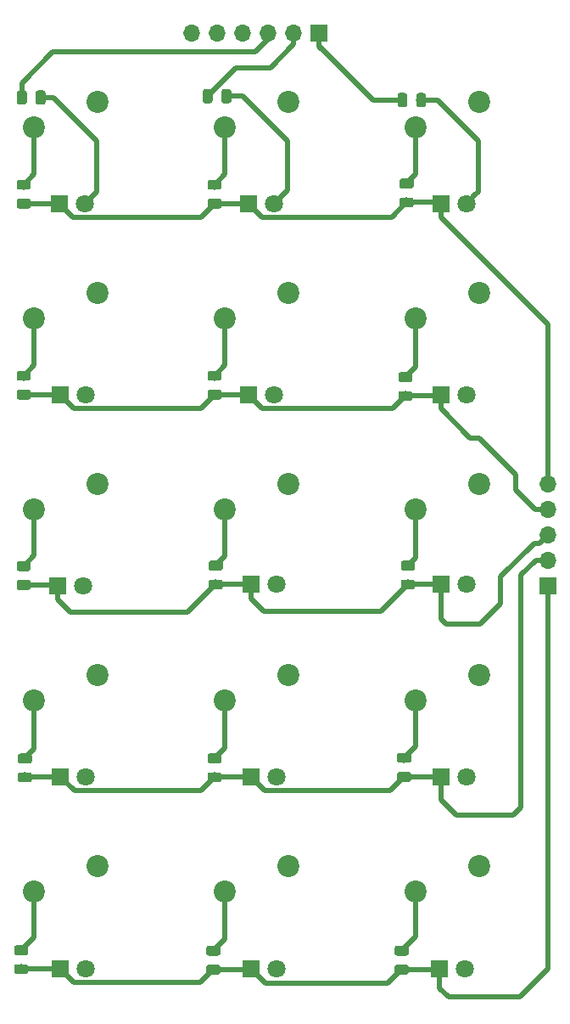
<source format=gbr>
G04 #@! TF.GenerationSoftware,KiCad,Pcbnew,(6.0.0-rc1-dev-113-g3868f21)*
G04 #@! TF.CreationDate,2018-09-11T18:01:50-04:00*
G04 #@! TF.ProjectId,CNCKeypad,434E434B65797061642E6B696361645F,rev?*
G04 #@! TF.SameCoordinates,Original*
G04 #@! TF.FileFunction,Copper,L2,Bot,Signal*
G04 #@! TF.FilePolarity,Positive*
%FSLAX46Y46*%
G04 Gerber Fmt 4.6, Leading zero omitted, Abs format (unit mm)*
G04 Created by KiCad (PCBNEW (6.0.0-rc1-dev-113-g3868f21)) date Tuesday, September 11, 2018 at 06:01:50 PM*
%MOMM*%
%LPD*%
G01*
G04 APERTURE LIST*
G04 #@! TA.AperFunction,ComponentPad*
%ADD10O,1.700000X1.700000*%
G04 #@! TD*
G04 #@! TA.AperFunction,ComponentPad*
%ADD11R,1.700000X1.700000*%
G04 #@! TD*
G04 #@! TA.AperFunction,ComponentPad*
%ADD12C,2.200000*%
G04 #@! TD*
G04 #@! TA.AperFunction,Conductor*
%ADD13C,0.100000*%
G04 #@! TD*
G04 #@! TA.AperFunction,SMDPad,CuDef*
%ADD14C,0.975000*%
G04 #@! TD*
G04 #@! TA.AperFunction,ComponentPad*
%ADD15R,1.800000X1.800000*%
G04 #@! TD*
G04 #@! TA.AperFunction,ComponentPad*
%ADD16C,1.800000*%
G04 #@! TD*
G04 #@! TA.AperFunction,Conductor*
%ADD17C,0.500000*%
G04 #@! TD*
G04 APERTURE END LIST*
D10*
G04 #@! TO.P,J6,6*
G04 #@! TO.N,Net-(J6-Pad6)*
X115062000Y-58420000D03*
G04 #@! TO.P,J6,5*
G04 #@! TO.N,Net-(J6-Pad5)*
X117602000Y-58420000D03*
G04 #@! TO.P,J6,4*
G04 #@! TO.N,Net-(J6-Pad4)*
X120142000Y-58420000D03*
G04 #@! TO.P,J6,3*
G04 #@! TO.N,Net-(J6-Pad3)*
X122682000Y-58420000D03*
G04 #@! TO.P,J6,2*
G04 #@! TO.N,Net-(J6-Pad2)*
X125222000Y-58420000D03*
D11*
G04 #@! TO.P,J6,1*
G04 #@! TO.N,Net-(J6-Pad1)*
X127762000Y-58420000D03*
G04 #@! TD*
D12*
G04 #@! TO.P,SW6,2*
G04 #@! TO.N,Net-(D6-Pad2)*
X118364000Y-67818000D03*
G04 #@! TO.P,SW6,1*
G04 #@! TO.N,Net-(J6-Pad5)*
X124714000Y-65278000D03*
G04 #@! TD*
G04 #@! TO.P,SW1,2*
G04 #@! TO.N,Net-(D1-Pad2)*
X99314000Y-67818000D03*
G04 #@! TO.P,SW1,1*
G04 #@! TO.N,Net-(J6-Pad6)*
X105664000Y-65278000D03*
G04 #@! TD*
G04 #@! TO.P,SW12,2*
G04 #@! TO.N,Net-(D12-Pad2)*
X137414000Y-86868000D03*
G04 #@! TO.P,SW12,1*
G04 #@! TO.N,Net-(J6-Pad4)*
X143764000Y-84328000D03*
G04 #@! TD*
G04 #@! TO.P,SW11,2*
G04 #@! TO.N,Net-(D11-Pad2)*
X137414000Y-67818000D03*
G04 #@! TO.P,SW11,1*
G04 #@! TO.N,Net-(J6-Pad4)*
X143764000Y-65278000D03*
G04 #@! TD*
G04 #@! TO.P,SW13,2*
G04 #@! TO.N,Net-(D13-Pad2)*
X137414000Y-105918000D03*
G04 #@! TO.P,SW13,1*
G04 #@! TO.N,Net-(J6-Pad4)*
X143764000Y-103378000D03*
G04 #@! TD*
G04 #@! TO.P,SW2,2*
G04 #@! TO.N,Net-(D2-Pad2)*
X99314000Y-86868000D03*
G04 #@! TO.P,SW2,1*
G04 #@! TO.N,Net-(J6-Pad6)*
X105664000Y-84328000D03*
G04 #@! TD*
G04 #@! TO.P,SW3,2*
G04 #@! TO.N,Net-(D3-Pad2)*
X99314000Y-105918000D03*
G04 #@! TO.P,SW3,1*
G04 #@! TO.N,Net-(J6-Pad6)*
X105664000Y-103378000D03*
G04 #@! TD*
G04 #@! TO.P,SW4,2*
G04 #@! TO.N,Net-(D4-Pad2)*
X99314000Y-124968000D03*
G04 #@! TO.P,SW4,1*
G04 #@! TO.N,Net-(J6-Pad6)*
X105664000Y-122428000D03*
G04 #@! TD*
G04 #@! TO.P,SW5,2*
G04 #@! TO.N,Net-(D5-Pad2)*
X99314000Y-144018000D03*
G04 #@! TO.P,SW5,1*
G04 #@! TO.N,Net-(J6-Pad6)*
X105664000Y-141478000D03*
G04 #@! TD*
G04 #@! TO.P,SW7,2*
G04 #@! TO.N,Net-(D7-Pad2)*
X118364000Y-86868000D03*
G04 #@! TO.P,SW7,1*
G04 #@! TO.N,Net-(J6-Pad5)*
X124714000Y-84328000D03*
G04 #@! TD*
G04 #@! TO.P,SW8,2*
G04 #@! TO.N,Net-(D8-Pad2)*
X118364000Y-105918000D03*
G04 #@! TO.P,SW8,1*
G04 #@! TO.N,Net-(J6-Pad5)*
X124714000Y-103378000D03*
G04 #@! TD*
G04 #@! TO.P,SW9,2*
G04 #@! TO.N,Net-(D9-Pad2)*
X118364000Y-124968000D03*
G04 #@! TO.P,SW9,1*
G04 #@! TO.N,Net-(J6-Pad5)*
X124714000Y-122428000D03*
G04 #@! TD*
G04 #@! TO.P,SW10,2*
G04 #@! TO.N,Net-(D10-Pad2)*
X118364000Y-144018000D03*
G04 #@! TO.P,SW10,1*
G04 #@! TO.N,Net-(J6-Pad5)*
X124714000Y-141478000D03*
G04 #@! TD*
G04 #@! TO.P,SW14,2*
G04 #@! TO.N,Net-(D14-Pad2)*
X137414000Y-124968000D03*
G04 #@! TO.P,SW14,1*
G04 #@! TO.N,Net-(J6-Pad4)*
X143764000Y-122428000D03*
G04 #@! TD*
G04 #@! TO.P,SW15,2*
G04 #@! TO.N,Net-(D15-Pad2)*
X137414000Y-144018000D03*
G04 #@! TO.P,SW15,1*
G04 #@! TO.N,Net-(J6-Pad4)*
X143764000Y-141478000D03*
G04 #@! TD*
D13*
G04 #@! TO.N,Net-(D1-Pad1)*
G04 #@! TO.C,D1*
G36*
X98778142Y-74951674D02*
X98801803Y-74955184D01*
X98825007Y-74960996D01*
X98847529Y-74969054D01*
X98869153Y-74979282D01*
X98889670Y-74991579D01*
X98908883Y-75005829D01*
X98926607Y-75021893D01*
X98942671Y-75039617D01*
X98956921Y-75058830D01*
X98969218Y-75079347D01*
X98979446Y-75100971D01*
X98987504Y-75123493D01*
X98993316Y-75146697D01*
X98996826Y-75170358D01*
X98998000Y-75194250D01*
X98998000Y-75681750D01*
X98996826Y-75705642D01*
X98993316Y-75729303D01*
X98987504Y-75752507D01*
X98979446Y-75775029D01*
X98969218Y-75796653D01*
X98956921Y-75817170D01*
X98942671Y-75836383D01*
X98926607Y-75854107D01*
X98908883Y-75870171D01*
X98889670Y-75884421D01*
X98869153Y-75896718D01*
X98847529Y-75906946D01*
X98825007Y-75915004D01*
X98801803Y-75920816D01*
X98778142Y-75924326D01*
X98754250Y-75925500D01*
X97841750Y-75925500D01*
X97817858Y-75924326D01*
X97794197Y-75920816D01*
X97770993Y-75915004D01*
X97748471Y-75906946D01*
X97726847Y-75896718D01*
X97706330Y-75884421D01*
X97687117Y-75870171D01*
X97669393Y-75854107D01*
X97653329Y-75836383D01*
X97639079Y-75817170D01*
X97626782Y-75796653D01*
X97616554Y-75775029D01*
X97608496Y-75752507D01*
X97602684Y-75729303D01*
X97599174Y-75705642D01*
X97598000Y-75681750D01*
X97598000Y-75194250D01*
X97599174Y-75170358D01*
X97602684Y-75146697D01*
X97608496Y-75123493D01*
X97616554Y-75100971D01*
X97626782Y-75079347D01*
X97639079Y-75058830D01*
X97653329Y-75039617D01*
X97669393Y-75021893D01*
X97687117Y-75005829D01*
X97706330Y-74991579D01*
X97726847Y-74979282D01*
X97748471Y-74969054D01*
X97770993Y-74960996D01*
X97794197Y-74955184D01*
X97817858Y-74951674D01*
X97841750Y-74950500D01*
X98754250Y-74950500D01*
X98778142Y-74951674D01*
X98778142Y-74951674D01*
G37*
D14*
G04 #@! TD*
G04 #@! TO.P,D1,1*
G04 #@! TO.N,Net-(D1-Pad1)*
X98298000Y-75438000D03*
D13*
G04 #@! TO.N,Net-(D1-Pad2)*
G04 #@! TO.C,D1*
G36*
X98778142Y-73076674D02*
X98801803Y-73080184D01*
X98825007Y-73085996D01*
X98847529Y-73094054D01*
X98869153Y-73104282D01*
X98889670Y-73116579D01*
X98908883Y-73130829D01*
X98926607Y-73146893D01*
X98942671Y-73164617D01*
X98956921Y-73183830D01*
X98969218Y-73204347D01*
X98979446Y-73225971D01*
X98987504Y-73248493D01*
X98993316Y-73271697D01*
X98996826Y-73295358D01*
X98998000Y-73319250D01*
X98998000Y-73806750D01*
X98996826Y-73830642D01*
X98993316Y-73854303D01*
X98987504Y-73877507D01*
X98979446Y-73900029D01*
X98969218Y-73921653D01*
X98956921Y-73942170D01*
X98942671Y-73961383D01*
X98926607Y-73979107D01*
X98908883Y-73995171D01*
X98889670Y-74009421D01*
X98869153Y-74021718D01*
X98847529Y-74031946D01*
X98825007Y-74040004D01*
X98801803Y-74045816D01*
X98778142Y-74049326D01*
X98754250Y-74050500D01*
X97841750Y-74050500D01*
X97817858Y-74049326D01*
X97794197Y-74045816D01*
X97770993Y-74040004D01*
X97748471Y-74031946D01*
X97726847Y-74021718D01*
X97706330Y-74009421D01*
X97687117Y-73995171D01*
X97669393Y-73979107D01*
X97653329Y-73961383D01*
X97639079Y-73942170D01*
X97626782Y-73921653D01*
X97616554Y-73900029D01*
X97608496Y-73877507D01*
X97602684Y-73854303D01*
X97599174Y-73830642D01*
X97598000Y-73806750D01*
X97598000Y-73319250D01*
X97599174Y-73295358D01*
X97602684Y-73271697D01*
X97608496Y-73248493D01*
X97616554Y-73225971D01*
X97626782Y-73204347D01*
X97639079Y-73183830D01*
X97653329Y-73164617D01*
X97669393Y-73146893D01*
X97687117Y-73130829D01*
X97706330Y-73116579D01*
X97726847Y-73104282D01*
X97748471Y-73094054D01*
X97770993Y-73085996D01*
X97794197Y-73080184D01*
X97817858Y-73076674D01*
X97841750Y-73075500D01*
X98754250Y-73075500D01*
X98778142Y-73076674D01*
X98778142Y-73076674D01*
G37*
D14*
G04 #@! TD*
G04 #@! TO.P,D1,2*
G04 #@! TO.N,Net-(D1-Pad2)*
X98298000Y-73563000D03*
D13*
G04 #@! TO.N,Net-(D2-Pad2)*
G04 #@! TO.C,D2*
G36*
X98778142Y-92126674D02*
X98801803Y-92130184D01*
X98825007Y-92135996D01*
X98847529Y-92144054D01*
X98869153Y-92154282D01*
X98889670Y-92166579D01*
X98908883Y-92180829D01*
X98926607Y-92196893D01*
X98942671Y-92214617D01*
X98956921Y-92233830D01*
X98969218Y-92254347D01*
X98979446Y-92275971D01*
X98987504Y-92298493D01*
X98993316Y-92321697D01*
X98996826Y-92345358D01*
X98998000Y-92369250D01*
X98998000Y-92856750D01*
X98996826Y-92880642D01*
X98993316Y-92904303D01*
X98987504Y-92927507D01*
X98979446Y-92950029D01*
X98969218Y-92971653D01*
X98956921Y-92992170D01*
X98942671Y-93011383D01*
X98926607Y-93029107D01*
X98908883Y-93045171D01*
X98889670Y-93059421D01*
X98869153Y-93071718D01*
X98847529Y-93081946D01*
X98825007Y-93090004D01*
X98801803Y-93095816D01*
X98778142Y-93099326D01*
X98754250Y-93100500D01*
X97841750Y-93100500D01*
X97817858Y-93099326D01*
X97794197Y-93095816D01*
X97770993Y-93090004D01*
X97748471Y-93081946D01*
X97726847Y-93071718D01*
X97706330Y-93059421D01*
X97687117Y-93045171D01*
X97669393Y-93029107D01*
X97653329Y-93011383D01*
X97639079Y-92992170D01*
X97626782Y-92971653D01*
X97616554Y-92950029D01*
X97608496Y-92927507D01*
X97602684Y-92904303D01*
X97599174Y-92880642D01*
X97598000Y-92856750D01*
X97598000Y-92369250D01*
X97599174Y-92345358D01*
X97602684Y-92321697D01*
X97608496Y-92298493D01*
X97616554Y-92275971D01*
X97626782Y-92254347D01*
X97639079Y-92233830D01*
X97653329Y-92214617D01*
X97669393Y-92196893D01*
X97687117Y-92180829D01*
X97706330Y-92166579D01*
X97726847Y-92154282D01*
X97748471Y-92144054D01*
X97770993Y-92135996D01*
X97794197Y-92130184D01*
X97817858Y-92126674D01*
X97841750Y-92125500D01*
X98754250Y-92125500D01*
X98778142Y-92126674D01*
X98778142Y-92126674D01*
G37*
D14*
G04 #@! TD*
G04 #@! TO.P,D2,2*
G04 #@! TO.N,Net-(D2-Pad2)*
X98298000Y-92613000D03*
D13*
G04 #@! TO.N,Net-(D12-Pad1)*
G04 #@! TO.C,D2*
G36*
X98778142Y-94001674D02*
X98801803Y-94005184D01*
X98825007Y-94010996D01*
X98847529Y-94019054D01*
X98869153Y-94029282D01*
X98889670Y-94041579D01*
X98908883Y-94055829D01*
X98926607Y-94071893D01*
X98942671Y-94089617D01*
X98956921Y-94108830D01*
X98969218Y-94129347D01*
X98979446Y-94150971D01*
X98987504Y-94173493D01*
X98993316Y-94196697D01*
X98996826Y-94220358D01*
X98998000Y-94244250D01*
X98998000Y-94731750D01*
X98996826Y-94755642D01*
X98993316Y-94779303D01*
X98987504Y-94802507D01*
X98979446Y-94825029D01*
X98969218Y-94846653D01*
X98956921Y-94867170D01*
X98942671Y-94886383D01*
X98926607Y-94904107D01*
X98908883Y-94920171D01*
X98889670Y-94934421D01*
X98869153Y-94946718D01*
X98847529Y-94956946D01*
X98825007Y-94965004D01*
X98801803Y-94970816D01*
X98778142Y-94974326D01*
X98754250Y-94975500D01*
X97841750Y-94975500D01*
X97817858Y-94974326D01*
X97794197Y-94970816D01*
X97770993Y-94965004D01*
X97748471Y-94956946D01*
X97726847Y-94946718D01*
X97706330Y-94934421D01*
X97687117Y-94920171D01*
X97669393Y-94904107D01*
X97653329Y-94886383D01*
X97639079Y-94867170D01*
X97626782Y-94846653D01*
X97616554Y-94825029D01*
X97608496Y-94802507D01*
X97602684Y-94779303D01*
X97599174Y-94755642D01*
X97598000Y-94731750D01*
X97598000Y-94244250D01*
X97599174Y-94220358D01*
X97602684Y-94196697D01*
X97608496Y-94173493D01*
X97616554Y-94150971D01*
X97626782Y-94129347D01*
X97639079Y-94108830D01*
X97653329Y-94089617D01*
X97669393Y-94071893D01*
X97687117Y-94055829D01*
X97706330Y-94041579D01*
X97726847Y-94029282D01*
X97748471Y-94019054D01*
X97770993Y-94010996D01*
X97794197Y-94005184D01*
X97817858Y-94001674D01*
X97841750Y-94000500D01*
X98754250Y-94000500D01*
X98778142Y-94001674D01*
X98778142Y-94001674D01*
G37*
D14*
G04 #@! TD*
G04 #@! TO.P,D2,1*
G04 #@! TO.N,Net-(D12-Pad1)*
X98298000Y-94488000D03*
D13*
G04 #@! TO.N,Net-(D13-Pad1)*
G04 #@! TO.C,D3*
G36*
X98778142Y-112973174D02*
X98801803Y-112976684D01*
X98825007Y-112982496D01*
X98847529Y-112990554D01*
X98869153Y-113000782D01*
X98889670Y-113013079D01*
X98908883Y-113027329D01*
X98926607Y-113043393D01*
X98942671Y-113061117D01*
X98956921Y-113080330D01*
X98969218Y-113100847D01*
X98979446Y-113122471D01*
X98987504Y-113144993D01*
X98993316Y-113168197D01*
X98996826Y-113191858D01*
X98998000Y-113215750D01*
X98998000Y-113703250D01*
X98996826Y-113727142D01*
X98993316Y-113750803D01*
X98987504Y-113774007D01*
X98979446Y-113796529D01*
X98969218Y-113818153D01*
X98956921Y-113838670D01*
X98942671Y-113857883D01*
X98926607Y-113875607D01*
X98908883Y-113891671D01*
X98889670Y-113905921D01*
X98869153Y-113918218D01*
X98847529Y-113928446D01*
X98825007Y-113936504D01*
X98801803Y-113942316D01*
X98778142Y-113945826D01*
X98754250Y-113947000D01*
X97841750Y-113947000D01*
X97817858Y-113945826D01*
X97794197Y-113942316D01*
X97770993Y-113936504D01*
X97748471Y-113928446D01*
X97726847Y-113918218D01*
X97706330Y-113905921D01*
X97687117Y-113891671D01*
X97669393Y-113875607D01*
X97653329Y-113857883D01*
X97639079Y-113838670D01*
X97626782Y-113818153D01*
X97616554Y-113796529D01*
X97608496Y-113774007D01*
X97602684Y-113750803D01*
X97599174Y-113727142D01*
X97598000Y-113703250D01*
X97598000Y-113215750D01*
X97599174Y-113191858D01*
X97602684Y-113168197D01*
X97608496Y-113144993D01*
X97616554Y-113122471D01*
X97626782Y-113100847D01*
X97639079Y-113080330D01*
X97653329Y-113061117D01*
X97669393Y-113043393D01*
X97687117Y-113027329D01*
X97706330Y-113013079D01*
X97726847Y-113000782D01*
X97748471Y-112990554D01*
X97770993Y-112982496D01*
X97794197Y-112976684D01*
X97817858Y-112973174D01*
X97841750Y-112972000D01*
X98754250Y-112972000D01*
X98778142Y-112973174D01*
X98778142Y-112973174D01*
G37*
D14*
G04 #@! TD*
G04 #@! TO.P,D3,1*
G04 #@! TO.N,Net-(D13-Pad1)*
X98298000Y-113459500D03*
D13*
G04 #@! TO.N,Net-(D3-Pad2)*
G04 #@! TO.C,D3*
G36*
X98778142Y-111098174D02*
X98801803Y-111101684D01*
X98825007Y-111107496D01*
X98847529Y-111115554D01*
X98869153Y-111125782D01*
X98889670Y-111138079D01*
X98908883Y-111152329D01*
X98926607Y-111168393D01*
X98942671Y-111186117D01*
X98956921Y-111205330D01*
X98969218Y-111225847D01*
X98979446Y-111247471D01*
X98987504Y-111269993D01*
X98993316Y-111293197D01*
X98996826Y-111316858D01*
X98998000Y-111340750D01*
X98998000Y-111828250D01*
X98996826Y-111852142D01*
X98993316Y-111875803D01*
X98987504Y-111899007D01*
X98979446Y-111921529D01*
X98969218Y-111943153D01*
X98956921Y-111963670D01*
X98942671Y-111982883D01*
X98926607Y-112000607D01*
X98908883Y-112016671D01*
X98889670Y-112030921D01*
X98869153Y-112043218D01*
X98847529Y-112053446D01*
X98825007Y-112061504D01*
X98801803Y-112067316D01*
X98778142Y-112070826D01*
X98754250Y-112072000D01*
X97841750Y-112072000D01*
X97817858Y-112070826D01*
X97794197Y-112067316D01*
X97770993Y-112061504D01*
X97748471Y-112053446D01*
X97726847Y-112043218D01*
X97706330Y-112030921D01*
X97687117Y-112016671D01*
X97669393Y-112000607D01*
X97653329Y-111982883D01*
X97639079Y-111963670D01*
X97626782Y-111943153D01*
X97616554Y-111921529D01*
X97608496Y-111899007D01*
X97602684Y-111875803D01*
X97599174Y-111852142D01*
X97598000Y-111828250D01*
X97598000Y-111340750D01*
X97599174Y-111316858D01*
X97602684Y-111293197D01*
X97608496Y-111269993D01*
X97616554Y-111247471D01*
X97626782Y-111225847D01*
X97639079Y-111205330D01*
X97653329Y-111186117D01*
X97669393Y-111168393D01*
X97687117Y-111152329D01*
X97706330Y-111138079D01*
X97726847Y-111125782D01*
X97748471Y-111115554D01*
X97770993Y-111107496D01*
X97794197Y-111101684D01*
X97817858Y-111098174D01*
X97841750Y-111097000D01*
X98754250Y-111097000D01*
X98778142Y-111098174D01*
X98778142Y-111098174D01*
G37*
D14*
G04 #@! TD*
G04 #@! TO.P,D3,2*
G04 #@! TO.N,Net-(D3-Pad2)*
X98298000Y-111584500D03*
D13*
G04 #@! TO.N,Net-(D4-Pad2)*
G04 #@! TO.C,D4*
G36*
X98905142Y-130275174D02*
X98928803Y-130278684D01*
X98952007Y-130284496D01*
X98974529Y-130292554D01*
X98996153Y-130302782D01*
X99016670Y-130315079D01*
X99035883Y-130329329D01*
X99053607Y-130345393D01*
X99069671Y-130363117D01*
X99083921Y-130382330D01*
X99096218Y-130402847D01*
X99106446Y-130424471D01*
X99114504Y-130446993D01*
X99120316Y-130470197D01*
X99123826Y-130493858D01*
X99125000Y-130517750D01*
X99125000Y-131005250D01*
X99123826Y-131029142D01*
X99120316Y-131052803D01*
X99114504Y-131076007D01*
X99106446Y-131098529D01*
X99096218Y-131120153D01*
X99083921Y-131140670D01*
X99069671Y-131159883D01*
X99053607Y-131177607D01*
X99035883Y-131193671D01*
X99016670Y-131207921D01*
X98996153Y-131220218D01*
X98974529Y-131230446D01*
X98952007Y-131238504D01*
X98928803Y-131244316D01*
X98905142Y-131247826D01*
X98881250Y-131249000D01*
X97968750Y-131249000D01*
X97944858Y-131247826D01*
X97921197Y-131244316D01*
X97897993Y-131238504D01*
X97875471Y-131230446D01*
X97853847Y-131220218D01*
X97833330Y-131207921D01*
X97814117Y-131193671D01*
X97796393Y-131177607D01*
X97780329Y-131159883D01*
X97766079Y-131140670D01*
X97753782Y-131120153D01*
X97743554Y-131098529D01*
X97735496Y-131076007D01*
X97729684Y-131052803D01*
X97726174Y-131029142D01*
X97725000Y-131005250D01*
X97725000Y-130517750D01*
X97726174Y-130493858D01*
X97729684Y-130470197D01*
X97735496Y-130446993D01*
X97743554Y-130424471D01*
X97753782Y-130402847D01*
X97766079Y-130382330D01*
X97780329Y-130363117D01*
X97796393Y-130345393D01*
X97814117Y-130329329D01*
X97833330Y-130315079D01*
X97853847Y-130302782D01*
X97875471Y-130292554D01*
X97897993Y-130284496D01*
X97921197Y-130278684D01*
X97944858Y-130275174D01*
X97968750Y-130274000D01*
X98881250Y-130274000D01*
X98905142Y-130275174D01*
X98905142Y-130275174D01*
G37*
D14*
G04 #@! TD*
G04 #@! TO.P,D4,2*
G04 #@! TO.N,Net-(D4-Pad2)*
X98425000Y-130761500D03*
D13*
G04 #@! TO.N,Net-(D14-Pad1)*
G04 #@! TO.C,D4*
G36*
X98905142Y-132150174D02*
X98928803Y-132153684D01*
X98952007Y-132159496D01*
X98974529Y-132167554D01*
X98996153Y-132177782D01*
X99016670Y-132190079D01*
X99035883Y-132204329D01*
X99053607Y-132220393D01*
X99069671Y-132238117D01*
X99083921Y-132257330D01*
X99096218Y-132277847D01*
X99106446Y-132299471D01*
X99114504Y-132321993D01*
X99120316Y-132345197D01*
X99123826Y-132368858D01*
X99125000Y-132392750D01*
X99125000Y-132880250D01*
X99123826Y-132904142D01*
X99120316Y-132927803D01*
X99114504Y-132951007D01*
X99106446Y-132973529D01*
X99096218Y-132995153D01*
X99083921Y-133015670D01*
X99069671Y-133034883D01*
X99053607Y-133052607D01*
X99035883Y-133068671D01*
X99016670Y-133082921D01*
X98996153Y-133095218D01*
X98974529Y-133105446D01*
X98952007Y-133113504D01*
X98928803Y-133119316D01*
X98905142Y-133122826D01*
X98881250Y-133124000D01*
X97968750Y-133124000D01*
X97944858Y-133122826D01*
X97921197Y-133119316D01*
X97897993Y-133113504D01*
X97875471Y-133105446D01*
X97853847Y-133095218D01*
X97833330Y-133082921D01*
X97814117Y-133068671D01*
X97796393Y-133052607D01*
X97780329Y-133034883D01*
X97766079Y-133015670D01*
X97753782Y-132995153D01*
X97743554Y-132973529D01*
X97735496Y-132951007D01*
X97729684Y-132927803D01*
X97726174Y-132904142D01*
X97725000Y-132880250D01*
X97725000Y-132392750D01*
X97726174Y-132368858D01*
X97729684Y-132345197D01*
X97735496Y-132321993D01*
X97743554Y-132299471D01*
X97753782Y-132277847D01*
X97766079Y-132257330D01*
X97780329Y-132238117D01*
X97796393Y-132220393D01*
X97814117Y-132204329D01*
X97833330Y-132190079D01*
X97853847Y-132177782D01*
X97875471Y-132167554D01*
X97897993Y-132159496D01*
X97921197Y-132153684D01*
X97944858Y-132150174D01*
X97968750Y-132149000D01*
X98881250Y-132149000D01*
X98905142Y-132150174D01*
X98905142Y-132150174D01*
G37*
D14*
G04 #@! TD*
G04 #@! TO.P,D4,1*
G04 #@! TO.N,Net-(D14-Pad1)*
X98425000Y-132636500D03*
D13*
G04 #@! TO.N,Net-(D10-Pad1)*
G04 #@! TO.C,D5*
G36*
X98524142Y-151278674D02*
X98547803Y-151282184D01*
X98571007Y-151287996D01*
X98593529Y-151296054D01*
X98615153Y-151306282D01*
X98635670Y-151318579D01*
X98654883Y-151332829D01*
X98672607Y-151348893D01*
X98688671Y-151366617D01*
X98702921Y-151385830D01*
X98715218Y-151406347D01*
X98725446Y-151427971D01*
X98733504Y-151450493D01*
X98739316Y-151473697D01*
X98742826Y-151497358D01*
X98744000Y-151521250D01*
X98744000Y-152008750D01*
X98742826Y-152032642D01*
X98739316Y-152056303D01*
X98733504Y-152079507D01*
X98725446Y-152102029D01*
X98715218Y-152123653D01*
X98702921Y-152144170D01*
X98688671Y-152163383D01*
X98672607Y-152181107D01*
X98654883Y-152197171D01*
X98635670Y-152211421D01*
X98615153Y-152223718D01*
X98593529Y-152233946D01*
X98571007Y-152242004D01*
X98547803Y-152247816D01*
X98524142Y-152251326D01*
X98500250Y-152252500D01*
X97587750Y-152252500D01*
X97563858Y-152251326D01*
X97540197Y-152247816D01*
X97516993Y-152242004D01*
X97494471Y-152233946D01*
X97472847Y-152223718D01*
X97452330Y-152211421D01*
X97433117Y-152197171D01*
X97415393Y-152181107D01*
X97399329Y-152163383D01*
X97385079Y-152144170D01*
X97372782Y-152123653D01*
X97362554Y-152102029D01*
X97354496Y-152079507D01*
X97348684Y-152056303D01*
X97345174Y-152032642D01*
X97344000Y-152008750D01*
X97344000Y-151521250D01*
X97345174Y-151497358D01*
X97348684Y-151473697D01*
X97354496Y-151450493D01*
X97362554Y-151427971D01*
X97372782Y-151406347D01*
X97385079Y-151385830D01*
X97399329Y-151366617D01*
X97415393Y-151348893D01*
X97433117Y-151332829D01*
X97452330Y-151318579D01*
X97472847Y-151306282D01*
X97494471Y-151296054D01*
X97516993Y-151287996D01*
X97540197Y-151282184D01*
X97563858Y-151278674D01*
X97587750Y-151277500D01*
X98500250Y-151277500D01*
X98524142Y-151278674D01*
X98524142Y-151278674D01*
G37*
D14*
G04 #@! TD*
G04 #@! TO.P,D5,1*
G04 #@! TO.N,Net-(D10-Pad1)*
X98044000Y-151765000D03*
D13*
G04 #@! TO.N,Net-(D5-Pad2)*
G04 #@! TO.C,D5*
G36*
X98524142Y-149403674D02*
X98547803Y-149407184D01*
X98571007Y-149412996D01*
X98593529Y-149421054D01*
X98615153Y-149431282D01*
X98635670Y-149443579D01*
X98654883Y-149457829D01*
X98672607Y-149473893D01*
X98688671Y-149491617D01*
X98702921Y-149510830D01*
X98715218Y-149531347D01*
X98725446Y-149552971D01*
X98733504Y-149575493D01*
X98739316Y-149598697D01*
X98742826Y-149622358D01*
X98744000Y-149646250D01*
X98744000Y-150133750D01*
X98742826Y-150157642D01*
X98739316Y-150181303D01*
X98733504Y-150204507D01*
X98725446Y-150227029D01*
X98715218Y-150248653D01*
X98702921Y-150269170D01*
X98688671Y-150288383D01*
X98672607Y-150306107D01*
X98654883Y-150322171D01*
X98635670Y-150336421D01*
X98615153Y-150348718D01*
X98593529Y-150358946D01*
X98571007Y-150367004D01*
X98547803Y-150372816D01*
X98524142Y-150376326D01*
X98500250Y-150377500D01*
X97587750Y-150377500D01*
X97563858Y-150376326D01*
X97540197Y-150372816D01*
X97516993Y-150367004D01*
X97494471Y-150358946D01*
X97472847Y-150348718D01*
X97452330Y-150336421D01*
X97433117Y-150322171D01*
X97415393Y-150306107D01*
X97399329Y-150288383D01*
X97385079Y-150269170D01*
X97372782Y-150248653D01*
X97362554Y-150227029D01*
X97354496Y-150204507D01*
X97348684Y-150181303D01*
X97345174Y-150157642D01*
X97344000Y-150133750D01*
X97344000Y-149646250D01*
X97345174Y-149622358D01*
X97348684Y-149598697D01*
X97354496Y-149575493D01*
X97362554Y-149552971D01*
X97372782Y-149531347D01*
X97385079Y-149510830D01*
X97399329Y-149491617D01*
X97415393Y-149473893D01*
X97433117Y-149457829D01*
X97452330Y-149443579D01*
X97472847Y-149431282D01*
X97494471Y-149421054D01*
X97516993Y-149412996D01*
X97540197Y-149407184D01*
X97563858Y-149403674D01*
X97587750Y-149402500D01*
X98500250Y-149402500D01*
X98524142Y-149403674D01*
X98524142Y-149403674D01*
G37*
D14*
G04 #@! TD*
G04 #@! TO.P,D5,2*
G04 #@! TO.N,Net-(D5-Pad2)*
X98044000Y-149890000D03*
D13*
G04 #@! TO.N,Net-(D6-Pad2)*
G04 #@! TO.C,D6*
G36*
X117828142Y-73076674D02*
X117851803Y-73080184D01*
X117875007Y-73085996D01*
X117897529Y-73094054D01*
X117919153Y-73104282D01*
X117939670Y-73116579D01*
X117958883Y-73130829D01*
X117976607Y-73146893D01*
X117992671Y-73164617D01*
X118006921Y-73183830D01*
X118019218Y-73204347D01*
X118029446Y-73225971D01*
X118037504Y-73248493D01*
X118043316Y-73271697D01*
X118046826Y-73295358D01*
X118048000Y-73319250D01*
X118048000Y-73806750D01*
X118046826Y-73830642D01*
X118043316Y-73854303D01*
X118037504Y-73877507D01*
X118029446Y-73900029D01*
X118019218Y-73921653D01*
X118006921Y-73942170D01*
X117992671Y-73961383D01*
X117976607Y-73979107D01*
X117958883Y-73995171D01*
X117939670Y-74009421D01*
X117919153Y-74021718D01*
X117897529Y-74031946D01*
X117875007Y-74040004D01*
X117851803Y-74045816D01*
X117828142Y-74049326D01*
X117804250Y-74050500D01*
X116891750Y-74050500D01*
X116867858Y-74049326D01*
X116844197Y-74045816D01*
X116820993Y-74040004D01*
X116798471Y-74031946D01*
X116776847Y-74021718D01*
X116756330Y-74009421D01*
X116737117Y-73995171D01*
X116719393Y-73979107D01*
X116703329Y-73961383D01*
X116689079Y-73942170D01*
X116676782Y-73921653D01*
X116666554Y-73900029D01*
X116658496Y-73877507D01*
X116652684Y-73854303D01*
X116649174Y-73830642D01*
X116648000Y-73806750D01*
X116648000Y-73319250D01*
X116649174Y-73295358D01*
X116652684Y-73271697D01*
X116658496Y-73248493D01*
X116666554Y-73225971D01*
X116676782Y-73204347D01*
X116689079Y-73183830D01*
X116703329Y-73164617D01*
X116719393Y-73146893D01*
X116737117Y-73130829D01*
X116756330Y-73116579D01*
X116776847Y-73104282D01*
X116798471Y-73094054D01*
X116820993Y-73085996D01*
X116844197Y-73080184D01*
X116867858Y-73076674D01*
X116891750Y-73075500D01*
X117804250Y-73075500D01*
X117828142Y-73076674D01*
X117828142Y-73076674D01*
G37*
D14*
G04 #@! TD*
G04 #@! TO.P,D6,2*
G04 #@! TO.N,Net-(D6-Pad2)*
X117348000Y-73563000D03*
D13*
G04 #@! TO.N,Net-(D1-Pad1)*
G04 #@! TO.C,D6*
G36*
X117828142Y-74951674D02*
X117851803Y-74955184D01*
X117875007Y-74960996D01*
X117897529Y-74969054D01*
X117919153Y-74979282D01*
X117939670Y-74991579D01*
X117958883Y-75005829D01*
X117976607Y-75021893D01*
X117992671Y-75039617D01*
X118006921Y-75058830D01*
X118019218Y-75079347D01*
X118029446Y-75100971D01*
X118037504Y-75123493D01*
X118043316Y-75146697D01*
X118046826Y-75170358D01*
X118048000Y-75194250D01*
X118048000Y-75681750D01*
X118046826Y-75705642D01*
X118043316Y-75729303D01*
X118037504Y-75752507D01*
X118029446Y-75775029D01*
X118019218Y-75796653D01*
X118006921Y-75817170D01*
X117992671Y-75836383D01*
X117976607Y-75854107D01*
X117958883Y-75870171D01*
X117939670Y-75884421D01*
X117919153Y-75896718D01*
X117897529Y-75906946D01*
X117875007Y-75915004D01*
X117851803Y-75920816D01*
X117828142Y-75924326D01*
X117804250Y-75925500D01*
X116891750Y-75925500D01*
X116867858Y-75924326D01*
X116844197Y-75920816D01*
X116820993Y-75915004D01*
X116798471Y-75906946D01*
X116776847Y-75896718D01*
X116756330Y-75884421D01*
X116737117Y-75870171D01*
X116719393Y-75854107D01*
X116703329Y-75836383D01*
X116689079Y-75817170D01*
X116676782Y-75796653D01*
X116666554Y-75775029D01*
X116658496Y-75752507D01*
X116652684Y-75729303D01*
X116649174Y-75705642D01*
X116648000Y-75681750D01*
X116648000Y-75194250D01*
X116649174Y-75170358D01*
X116652684Y-75146697D01*
X116658496Y-75123493D01*
X116666554Y-75100971D01*
X116676782Y-75079347D01*
X116689079Y-75058830D01*
X116703329Y-75039617D01*
X116719393Y-75021893D01*
X116737117Y-75005829D01*
X116756330Y-74991579D01*
X116776847Y-74979282D01*
X116798471Y-74969054D01*
X116820993Y-74960996D01*
X116844197Y-74955184D01*
X116867858Y-74951674D01*
X116891750Y-74950500D01*
X117804250Y-74950500D01*
X117828142Y-74951674D01*
X117828142Y-74951674D01*
G37*
D14*
G04 #@! TD*
G04 #@! TO.P,D6,1*
G04 #@! TO.N,Net-(D1-Pad1)*
X117348000Y-75438000D03*
D13*
G04 #@! TO.N,Net-(D12-Pad1)*
G04 #@! TO.C,D7*
G36*
X117828142Y-94001674D02*
X117851803Y-94005184D01*
X117875007Y-94010996D01*
X117897529Y-94019054D01*
X117919153Y-94029282D01*
X117939670Y-94041579D01*
X117958883Y-94055829D01*
X117976607Y-94071893D01*
X117992671Y-94089617D01*
X118006921Y-94108830D01*
X118019218Y-94129347D01*
X118029446Y-94150971D01*
X118037504Y-94173493D01*
X118043316Y-94196697D01*
X118046826Y-94220358D01*
X118048000Y-94244250D01*
X118048000Y-94731750D01*
X118046826Y-94755642D01*
X118043316Y-94779303D01*
X118037504Y-94802507D01*
X118029446Y-94825029D01*
X118019218Y-94846653D01*
X118006921Y-94867170D01*
X117992671Y-94886383D01*
X117976607Y-94904107D01*
X117958883Y-94920171D01*
X117939670Y-94934421D01*
X117919153Y-94946718D01*
X117897529Y-94956946D01*
X117875007Y-94965004D01*
X117851803Y-94970816D01*
X117828142Y-94974326D01*
X117804250Y-94975500D01*
X116891750Y-94975500D01*
X116867858Y-94974326D01*
X116844197Y-94970816D01*
X116820993Y-94965004D01*
X116798471Y-94956946D01*
X116776847Y-94946718D01*
X116756330Y-94934421D01*
X116737117Y-94920171D01*
X116719393Y-94904107D01*
X116703329Y-94886383D01*
X116689079Y-94867170D01*
X116676782Y-94846653D01*
X116666554Y-94825029D01*
X116658496Y-94802507D01*
X116652684Y-94779303D01*
X116649174Y-94755642D01*
X116648000Y-94731750D01*
X116648000Y-94244250D01*
X116649174Y-94220358D01*
X116652684Y-94196697D01*
X116658496Y-94173493D01*
X116666554Y-94150971D01*
X116676782Y-94129347D01*
X116689079Y-94108830D01*
X116703329Y-94089617D01*
X116719393Y-94071893D01*
X116737117Y-94055829D01*
X116756330Y-94041579D01*
X116776847Y-94029282D01*
X116798471Y-94019054D01*
X116820993Y-94010996D01*
X116844197Y-94005184D01*
X116867858Y-94001674D01*
X116891750Y-94000500D01*
X117804250Y-94000500D01*
X117828142Y-94001674D01*
X117828142Y-94001674D01*
G37*
D14*
G04 #@! TD*
G04 #@! TO.P,D7,1*
G04 #@! TO.N,Net-(D12-Pad1)*
X117348000Y-94488000D03*
D13*
G04 #@! TO.N,Net-(D7-Pad2)*
G04 #@! TO.C,D7*
G36*
X117828142Y-92126674D02*
X117851803Y-92130184D01*
X117875007Y-92135996D01*
X117897529Y-92144054D01*
X117919153Y-92154282D01*
X117939670Y-92166579D01*
X117958883Y-92180829D01*
X117976607Y-92196893D01*
X117992671Y-92214617D01*
X118006921Y-92233830D01*
X118019218Y-92254347D01*
X118029446Y-92275971D01*
X118037504Y-92298493D01*
X118043316Y-92321697D01*
X118046826Y-92345358D01*
X118048000Y-92369250D01*
X118048000Y-92856750D01*
X118046826Y-92880642D01*
X118043316Y-92904303D01*
X118037504Y-92927507D01*
X118029446Y-92950029D01*
X118019218Y-92971653D01*
X118006921Y-92992170D01*
X117992671Y-93011383D01*
X117976607Y-93029107D01*
X117958883Y-93045171D01*
X117939670Y-93059421D01*
X117919153Y-93071718D01*
X117897529Y-93081946D01*
X117875007Y-93090004D01*
X117851803Y-93095816D01*
X117828142Y-93099326D01*
X117804250Y-93100500D01*
X116891750Y-93100500D01*
X116867858Y-93099326D01*
X116844197Y-93095816D01*
X116820993Y-93090004D01*
X116798471Y-93081946D01*
X116776847Y-93071718D01*
X116756330Y-93059421D01*
X116737117Y-93045171D01*
X116719393Y-93029107D01*
X116703329Y-93011383D01*
X116689079Y-92992170D01*
X116676782Y-92971653D01*
X116666554Y-92950029D01*
X116658496Y-92927507D01*
X116652684Y-92904303D01*
X116649174Y-92880642D01*
X116648000Y-92856750D01*
X116648000Y-92369250D01*
X116649174Y-92345358D01*
X116652684Y-92321697D01*
X116658496Y-92298493D01*
X116666554Y-92275971D01*
X116676782Y-92254347D01*
X116689079Y-92233830D01*
X116703329Y-92214617D01*
X116719393Y-92196893D01*
X116737117Y-92180829D01*
X116756330Y-92166579D01*
X116776847Y-92154282D01*
X116798471Y-92144054D01*
X116820993Y-92135996D01*
X116844197Y-92130184D01*
X116867858Y-92126674D01*
X116891750Y-92125500D01*
X117804250Y-92125500D01*
X117828142Y-92126674D01*
X117828142Y-92126674D01*
G37*
D14*
G04 #@! TD*
G04 #@! TO.P,D7,2*
G04 #@! TO.N,Net-(D7-Pad2)*
X117348000Y-92613000D03*
D13*
G04 #@! TO.N,Net-(D8-Pad2)*
G04 #@! TO.C,D8*
G36*
X117955142Y-111049674D02*
X117978803Y-111053184D01*
X118002007Y-111058996D01*
X118024529Y-111067054D01*
X118046153Y-111077282D01*
X118066670Y-111089579D01*
X118085883Y-111103829D01*
X118103607Y-111119893D01*
X118119671Y-111137617D01*
X118133921Y-111156830D01*
X118146218Y-111177347D01*
X118156446Y-111198971D01*
X118164504Y-111221493D01*
X118170316Y-111244697D01*
X118173826Y-111268358D01*
X118175000Y-111292250D01*
X118175000Y-111779750D01*
X118173826Y-111803642D01*
X118170316Y-111827303D01*
X118164504Y-111850507D01*
X118156446Y-111873029D01*
X118146218Y-111894653D01*
X118133921Y-111915170D01*
X118119671Y-111934383D01*
X118103607Y-111952107D01*
X118085883Y-111968171D01*
X118066670Y-111982421D01*
X118046153Y-111994718D01*
X118024529Y-112004946D01*
X118002007Y-112013004D01*
X117978803Y-112018816D01*
X117955142Y-112022326D01*
X117931250Y-112023500D01*
X117018750Y-112023500D01*
X116994858Y-112022326D01*
X116971197Y-112018816D01*
X116947993Y-112013004D01*
X116925471Y-112004946D01*
X116903847Y-111994718D01*
X116883330Y-111982421D01*
X116864117Y-111968171D01*
X116846393Y-111952107D01*
X116830329Y-111934383D01*
X116816079Y-111915170D01*
X116803782Y-111894653D01*
X116793554Y-111873029D01*
X116785496Y-111850507D01*
X116779684Y-111827303D01*
X116776174Y-111803642D01*
X116775000Y-111779750D01*
X116775000Y-111292250D01*
X116776174Y-111268358D01*
X116779684Y-111244697D01*
X116785496Y-111221493D01*
X116793554Y-111198971D01*
X116803782Y-111177347D01*
X116816079Y-111156830D01*
X116830329Y-111137617D01*
X116846393Y-111119893D01*
X116864117Y-111103829D01*
X116883330Y-111089579D01*
X116903847Y-111077282D01*
X116925471Y-111067054D01*
X116947993Y-111058996D01*
X116971197Y-111053184D01*
X116994858Y-111049674D01*
X117018750Y-111048500D01*
X117931250Y-111048500D01*
X117955142Y-111049674D01*
X117955142Y-111049674D01*
G37*
D14*
G04 #@! TD*
G04 #@! TO.P,D8,2*
G04 #@! TO.N,Net-(D8-Pad2)*
X117475000Y-111536000D03*
D13*
G04 #@! TO.N,Net-(D13-Pad1)*
G04 #@! TO.C,D8*
G36*
X117955142Y-112924674D02*
X117978803Y-112928184D01*
X118002007Y-112933996D01*
X118024529Y-112942054D01*
X118046153Y-112952282D01*
X118066670Y-112964579D01*
X118085883Y-112978829D01*
X118103607Y-112994893D01*
X118119671Y-113012617D01*
X118133921Y-113031830D01*
X118146218Y-113052347D01*
X118156446Y-113073971D01*
X118164504Y-113096493D01*
X118170316Y-113119697D01*
X118173826Y-113143358D01*
X118175000Y-113167250D01*
X118175000Y-113654750D01*
X118173826Y-113678642D01*
X118170316Y-113702303D01*
X118164504Y-113725507D01*
X118156446Y-113748029D01*
X118146218Y-113769653D01*
X118133921Y-113790170D01*
X118119671Y-113809383D01*
X118103607Y-113827107D01*
X118085883Y-113843171D01*
X118066670Y-113857421D01*
X118046153Y-113869718D01*
X118024529Y-113879946D01*
X118002007Y-113888004D01*
X117978803Y-113893816D01*
X117955142Y-113897326D01*
X117931250Y-113898500D01*
X117018750Y-113898500D01*
X116994858Y-113897326D01*
X116971197Y-113893816D01*
X116947993Y-113888004D01*
X116925471Y-113879946D01*
X116903847Y-113869718D01*
X116883330Y-113857421D01*
X116864117Y-113843171D01*
X116846393Y-113827107D01*
X116830329Y-113809383D01*
X116816079Y-113790170D01*
X116803782Y-113769653D01*
X116793554Y-113748029D01*
X116785496Y-113725507D01*
X116779684Y-113702303D01*
X116776174Y-113678642D01*
X116775000Y-113654750D01*
X116775000Y-113167250D01*
X116776174Y-113143358D01*
X116779684Y-113119697D01*
X116785496Y-113096493D01*
X116793554Y-113073971D01*
X116803782Y-113052347D01*
X116816079Y-113031830D01*
X116830329Y-113012617D01*
X116846393Y-112994893D01*
X116864117Y-112978829D01*
X116883330Y-112964579D01*
X116903847Y-112952282D01*
X116925471Y-112942054D01*
X116947993Y-112933996D01*
X116971197Y-112928184D01*
X116994858Y-112924674D01*
X117018750Y-112923500D01*
X117931250Y-112923500D01*
X117955142Y-112924674D01*
X117955142Y-112924674D01*
G37*
D14*
G04 #@! TD*
G04 #@! TO.P,D8,1*
G04 #@! TO.N,Net-(D13-Pad1)*
X117475000Y-113411000D03*
D13*
G04 #@! TO.N,Net-(D14-Pad1)*
G04 #@! TO.C,D9*
G36*
X117828142Y-132150174D02*
X117851803Y-132153684D01*
X117875007Y-132159496D01*
X117897529Y-132167554D01*
X117919153Y-132177782D01*
X117939670Y-132190079D01*
X117958883Y-132204329D01*
X117976607Y-132220393D01*
X117992671Y-132238117D01*
X118006921Y-132257330D01*
X118019218Y-132277847D01*
X118029446Y-132299471D01*
X118037504Y-132321993D01*
X118043316Y-132345197D01*
X118046826Y-132368858D01*
X118048000Y-132392750D01*
X118048000Y-132880250D01*
X118046826Y-132904142D01*
X118043316Y-132927803D01*
X118037504Y-132951007D01*
X118029446Y-132973529D01*
X118019218Y-132995153D01*
X118006921Y-133015670D01*
X117992671Y-133034883D01*
X117976607Y-133052607D01*
X117958883Y-133068671D01*
X117939670Y-133082921D01*
X117919153Y-133095218D01*
X117897529Y-133105446D01*
X117875007Y-133113504D01*
X117851803Y-133119316D01*
X117828142Y-133122826D01*
X117804250Y-133124000D01*
X116891750Y-133124000D01*
X116867858Y-133122826D01*
X116844197Y-133119316D01*
X116820993Y-133113504D01*
X116798471Y-133105446D01*
X116776847Y-133095218D01*
X116756330Y-133082921D01*
X116737117Y-133068671D01*
X116719393Y-133052607D01*
X116703329Y-133034883D01*
X116689079Y-133015670D01*
X116676782Y-132995153D01*
X116666554Y-132973529D01*
X116658496Y-132951007D01*
X116652684Y-132927803D01*
X116649174Y-132904142D01*
X116648000Y-132880250D01*
X116648000Y-132392750D01*
X116649174Y-132368858D01*
X116652684Y-132345197D01*
X116658496Y-132321993D01*
X116666554Y-132299471D01*
X116676782Y-132277847D01*
X116689079Y-132257330D01*
X116703329Y-132238117D01*
X116719393Y-132220393D01*
X116737117Y-132204329D01*
X116756330Y-132190079D01*
X116776847Y-132177782D01*
X116798471Y-132167554D01*
X116820993Y-132159496D01*
X116844197Y-132153684D01*
X116867858Y-132150174D01*
X116891750Y-132149000D01*
X117804250Y-132149000D01*
X117828142Y-132150174D01*
X117828142Y-132150174D01*
G37*
D14*
G04 #@! TD*
G04 #@! TO.P,D9,1*
G04 #@! TO.N,Net-(D14-Pad1)*
X117348000Y-132636500D03*
D13*
G04 #@! TO.N,Net-(D9-Pad2)*
G04 #@! TO.C,D9*
G36*
X117828142Y-130275174D02*
X117851803Y-130278684D01*
X117875007Y-130284496D01*
X117897529Y-130292554D01*
X117919153Y-130302782D01*
X117939670Y-130315079D01*
X117958883Y-130329329D01*
X117976607Y-130345393D01*
X117992671Y-130363117D01*
X118006921Y-130382330D01*
X118019218Y-130402847D01*
X118029446Y-130424471D01*
X118037504Y-130446993D01*
X118043316Y-130470197D01*
X118046826Y-130493858D01*
X118048000Y-130517750D01*
X118048000Y-131005250D01*
X118046826Y-131029142D01*
X118043316Y-131052803D01*
X118037504Y-131076007D01*
X118029446Y-131098529D01*
X118019218Y-131120153D01*
X118006921Y-131140670D01*
X117992671Y-131159883D01*
X117976607Y-131177607D01*
X117958883Y-131193671D01*
X117939670Y-131207921D01*
X117919153Y-131220218D01*
X117897529Y-131230446D01*
X117875007Y-131238504D01*
X117851803Y-131244316D01*
X117828142Y-131247826D01*
X117804250Y-131249000D01*
X116891750Y-131249000D01*
X116867858Y-131247826D01*
X116844197Y-131244316D01*
X116820993Y-131238504D01*
X116798471Y-131230446D01*
X116776847Y-131220218D01*
X116756330Y-131207921D01*
X116737117Y-131193671D01*
X116719393Y-131177607D01*
X116703329Y-131159883D01*
X116689079Y-131140670D01*
X116676782Y-131120153D01*
X116666554Y-131098529D01*
X116658496Y-131076007D01*
X116652684Y-131052803D01*
X116649174Y-131029142D01*
X116648000Y-131005250D01*
X116648000Y-130517750D01*
X116649174Y-130493858D01*
X116652684Y-130470197D01*
X116658496Y-130446993D01*
X116666554Y-130424471D01*
X116676782Y-130402847D01*
X116689079Y-130382330D01*
X116703329Y-130363117D01*
X116719393Y-130345393D01*
X116737117Y-130329329D01*
X116756330Y-130315079D01*
X116776847Y-130302782D01*
X116798471Y-130292554D01*
X116820993Y-130284496D01*
X116844197Y-130278684D01*
X116867858Y-130275174D01*
X116891750Y-130274000D01*
X117804250Y-130274000D01*
X117828142Y-130275174D01*
X117828142Y-130275174D01*
G37*
D14*
G04 #@! TD*
G04 #@! TO.P,D9,2*
G04 #@! TO.N,Net-(D9-Pad2)*
X117348000Y-130761500D03*
D13*
G04 #@! TO.N,Net-(D10-Pad2)*
G04 #@! TO.C,D10*
G36*
X117701142Y-149452174D02*
X117724803Y-149455684D01*
X117748007Y-149461496D01*
X117770529Y-149469554D01*
X117792153Y-149479782D01*
X117812670Y-149492079D01*
X117831883Y-149506329D01*
X117849607Y-149522393D01*
X117865671Y-149540117D01*
X117879921Y-149559330D01*
X117892218Y-149579847D01*
X117902446Y-149601471D01*
X117910504Y-149623993D01*
X117916316Y-149647197D01*
X117919826Y-149670858D01*
X117921000Y-149694750D01*
X117921000Y-150182250D01*
X117919826Y-150206142D01*
X117916316Y-150229803D01*
X117910504Y-150253007D01*
X117902446Y-150275529D01*
X117892218Y-150297153D01*
X117879921Y-150317670D01*
X117865671Y-150336883D01*
X117849607Y-150354607D01*
X117831883Y-150370671D01*
X117812670Y-150384921D01*
X117792153Y-150397218D01*
X117770529Y-150407446D01*
X117748007Y-150415504D01*
X117724803Y-150421316D01*
X117701142Y-150424826D01*
X117677250Y-150426000D01*
X116764750Y-150426000D01*
X116740858Y-150424826D01*
X116717197Y-150421316D01*
X116693993Y-150415504D01*
X116671471Y-150407446D01*
X116649847Y-150397218D01*
X116629330Y-150384921D01*
X116610117Y-150370671D01*
X116592393Y-150354607D01*
X116576329Y-150336883D01*
X116562079Y-150317670D01*
X116549782Y-150297153D01*
X116539554Y-150275529D01*
X116531496Y-150253007D01*
X116525684Y-150229803D01*
X116522174Y-150206142D01*
X116521000Y-150182250D01*
X116521000Y-149694750D01*
X116522174Y-149670858D01*
X116525684Y-149647197D01*
X116531496Y-149623993D01*
X116539554Y-149601471D01*
X116549782Y-149579847D01*
X116562079Y-149559330D01*
X116576329Y-149540117D01*
X116592393Y-149522393D01*
X116610117Y-149506329D01*
X116629330Y-149492079D01*
X116649847Y-149479782D01*
X116671471Y-149469554D01*
X116693993Y-149461496D01*
X116717197Y-149455684D01*
X116740858Y-149452174D01*
X116764750Y-149451000D01*
X117677250Y-149451000D01*
X117701142Y-149452174D01*
X117701142Y-149452174D01*
G37*
D14*
G04 #@! TD*
G04 #@! TO.P,D10,2*
G04 #@! TO.N,Net-(D10-Pad2)*
X117221000Y-149938500D03*
D13*
G04 #@! TO.N,Net-(D10-Pad1)*
G04 #@! TO.C,D10*
G36*
X117701142Y-151327174D02*
X117724803Y-151330684D01*
X117748007Y-151336496D01*
X117770529Y-151344554D01*
X117792153Y-151354782D01*
X117812670Y-151367079D01*
X117831883Y-151381329D01*
X117849607Y-151397393D01*
X117865671Y-151415117D01*
X117879921Y-151434330D01*
X117892218Y-151454847D01*
X117902446Y-151476471D01*
X117910504Y-151498993D01*
X117916316Y-151522197D01*
X117919826Y-151545858D01*
X117921000Y-151569750D01*
X117921000Y-152057250D01*
X117919826Y-152081142D01*
X117916316Y-152104803D01*
X117910504Y-152128007D01*
X117902446Y-152150529D01*
X117892218Y-152172153D01*
X117879921Y-152192670D01*
X117865671Y-152211883D01*
X117849607Y-152229607D01*
X117831883Y-152245671D01*
X117812670Y-152259921D01*
X117792153Y-152272218D01*
X117770529Y-152282446D01*
X117748007Y-152290504D01*
X117724803Y-152296316D01*
X117701142Y-152299826D01*
X117677250Y-152301000D01*
X116764750Y-152301000D01*
X116740858Y-152299826D01*
X116717197Y-152296316D01*
X116693993Y-152290504D01*
X116671471Y-152282446D01*
X116649847Y-152272218D01*
X116629330Y-152259921D01*
X116610117Y-152245671D01*
X116592393Y-152229607D01*
X116576329Y-152211883D01*
X116562079Y-152192670D01*
X116549782Y-152172153D01*
X116539554Y-152150529D01*
X116531496Y-152128007D01*
X116525684Y-152104803D01*
X116522174Y-152081142D01*
X116521000Y-152057250D01*
X116521000Y-151569750D01*
X116522174Y-151545858D01*
X116525684Y-151522197D01*
X116531496Y-151498993D01*
X116539554Y-151476471D01*
X116549782Y-151454847D01*
X116562079Y-151434330D01*
X116576329Y-151415117D01*
X116592393Y-151397393D01*
X116610117Y-151381329D01*
X116629330Y-151367079D01*
X116649847Y-151354782D01*
X116671471Y-151344554D01*
X116693993Y-151336496D01*
X116717197Y-151330684D01*
X116740858Y-151327174D01*
X116764750Y-151326000D01*
X117677250Y-151326000D01*
X117701142Y-151327174D01*
X117701142Y-151327174D01*
G37*
D14*
G04 #@! TD*
G04 #@! TO.P,D10,1*
G04 #@! TO.N,Net-(D10-Pad1)*
X117221000Y-151813500D03*
D13*
G04 #@! TO.N,Net-(D1-Pad1)*
G04 #@! TO.C,D11*
G36*
X137005142Y-74824674D02*
X137028803Y-74828184D01*
X137052007Y-74833996D01*
X137074529Y-74842054D01*
X137096153Y-74852282D01*
X137116670Y-74864579D01*
X137135883Y-74878829D01*
X137153607Y-74894893D01*
X137169671Y-74912617D01*
X137183921Y-74931830D01*
X137196218Y-74952347D01*
X137206446Y-74973971D01*
X137214504Y-74996493D01*
X137220316Y-75019697D01*
X137223826Y-75043358D01*
X137225000Y-75067250D01*
X137225000Y-75554750D01*
X137223826Y-75578642D01*
X137220316Y-75602303D01*
X137214504Y-75625507D01*
X137206446Y-75648029D01*
X137196218Y-75669653D01*
X137183921Y-75690170D01*
X137169671Y-75709383D01*
X137153607Y-75727107D01*
X137135883Y-75743171D01*
X137116670Y-75757421D01*
X137096153Y-75769718D01*
X137074529Y-75779946D01*
X137052007Y-75788004D01*
X137028803Y-75793816D01*
X137005142Y-75797326D01*
X136981250Y-75798500D01*
X136068750Y-75798500D01*
X136044858Y-75797326D01*
X136021197Y-75793816D01*
X135997993Y-75788004D01*
X135975471Y-75779946D01*
X135953847Y-75769718D01*
X135933330Y-75757421D01*
X135914117Y-75743171D01*
X135896393Y-75727107D01*
X135880329Y-75709383D01*
X135866079Y-75690170D01*
X135853782Y-75669653D01*
X135843554Y-75648029D01*
X135835496Y-75625507D01*
X135829684Y-75602303D01*
X135826174Y-75578642D01*
X135825000Y-75554750D01*
X135825000Y-75067250D01*
X135826174Y-75043358D01*
X135829684Y-75019697D01*
X135835496Y-74996493D01*
X135843554Y-74973971D01*
X135853782Y-74952347D01*
X135866079Y-74931830D01*
X135880329Y-74912617D01*
X135896393Y-74894893D01*
X135914117Y-74878829D01*
X135933330Y-74864579D01*
X135953847Y-74852282D01*
X135975471Y-74842054D01*
X135997993Y-74833996D01*
X136021197Y-74828184D01*
X136044858Y-74824674D01*
X136068750Y-74823500D01*
X136981250Y-74823500D01*
X137005142Y-74824674D01*
X137005142Y-74824674D01*
G37*
D14*
G04 #@! TD*
G04 #@! TO.P,D11,1*
G04 #@! TO.N,Net-(D1-Pad1)*
X136525000Y-75311000D03*
D13*
G04 #@! TO.N,Net-(D11-Pad2)*
G04 #@! TO.C,D11*
G36*
X137005142Y-72949674D02*
X137028803Y-72953184D01*
X137052007Y-72958996D01*
X137074529Y-72967054D01*
X137096153Y-72977282D01*
X137116670Y-72989579D01*
X137135883Y-73003829D01*
X137153607Y-73019893D01*
X137169671Y-73037617D01*
X137183921Y-73056830D01*
X137196218Y-73077347D01*
X137206446Y-73098971D01*
X137214504Y-73121493D01*
X137220316Y-73144697D01*
X137223826Y-73168358D01*
X137225000Y-73192250D01*
X137225000Y-73679750D01*
X137223826Y-73703642D01*
X137220316Y-73727303D01*
X137214504Y-73750507D01*
X137206446Y-73773029D01*
X137196218Y-73794653D01*
X137183921Y-73815170D01*
X137169671Y-73834383D01*
X137153607Y-73852107D01*
X137135883Y-73868171D01*
X137116670Y-73882421D01*
X137096153Y-73894718D01*
X137074529Y-73904946D01*
X137052007Y-73913004D01*
X137028803Y-73918816D01*
X137005142Y-73922326D01*
X136981250Y-73923500D01*
X136068750Y-73923500D01*
X136044858Y-73922326D01*
X136021197Y-73918816D01*
X135997993Y-73913004D01*
X135975471Y-73904946D01*
X135953847Y-73894718D01*
X135933330Y-73882421D01*
X135914117Y-73868171D01*
X135896393Y-73852107D01*
X135880329Y-73834383D01*
X135866079Y-73815170D01*
X135853782Y-73794653D01*
X135843554Y-73773029D01*
X135835496Y-73750507D01*
X135829684Y-73727303D01*
X135826174Y-73703642D01*
X135825000Y-73679750D01*
X135825000Y-73192250D01*
X135826174Y-73168358D01*
X135829684Y-73144697D01*
X135835496Y-73121493D01*
X135843554Y-73098971D01*
X135853782Y-73077347D01*
X135866079Y-73056830D01*
X135880329Y-73037617D01*
X135896393Y-73019893D01*
X135914117Y-73003829D01*
X135933330Y-72989579D01*
X135953847Y-72977282D01*
X135975471Y-72967054D01*
X135997993Y-72958996D01*
X136021197Y-72953184D01*
X136044858Y-72949674D01*
X136068750Y-72948500D01*
X136981250Y-72948500D01*
X137005142Y-72949674D01*
X137005142Y-72949674D01*
G37*
D14*
G04 #@! TD*
G04 #@! TO.P,D11,2*
G04 #@! TO.N,Net-(D11-Pad2)*
X136525000Y-73436000D03*
D13*
G04 #@! TO.N,Net-(D12-Pad2)*
G04 #@! TO.C,D12*
G36*
X136878142Y-92253674D02*
X136901803Y-92257184D01*
X136925007Y-92262996D01*
X136947529Y-92271054D01*
X136969153Y-92281282D01*
X136989670Y-92293579D01*
X137008883Y-92307829D01*
X137026607Y-92323893D01*
X137042671Y-92341617D01*
X137056921Y-92360830D01*
X137069218Y-92381347D01*
X137079446Y-92402971D01*
X137087504Y-92425493D01*
X137093316Y-92448697D01*
X137096826Y-92472358D01*
X137098000Y-92496250D01*
X137098000Y-92983750D01*
X137096826Y-93007642D01*
X137093316Y-93031303D01*
X137087504Y-93054507D01*
X137079446Y-93077029D01*
X137069218Y-93098653D01*
X137056921Y-93119170D01*
X137042671Y-93138383D01*
X137026607Y-93156107D01*
X137008883Y-93172171D01*
X136989670Y-93186421D01*
X136969153Y-93198718D01*
X136947529Y-93208946D01*
X136925007Y-93217004D01*
X136901803Y-93222816D01*
X136878142Y-93226326D01*
X136854250Y-93227500D01*
X135941750Y-93227500D01*
X135917858Y-93226326D01*
X135894197Y-93222816D01*
X135870993Y-93217004D01*
X135848471Y-93208946D01*
X135826847Y-93198718D01*
X135806330Y-93186421D01*
X135787117Y-93172171D01*
X135769393Y-93156107D01*
X135753329Y-93138383D01*
X135739079Y-93119170D01*
X135726782Y-93098653D01*
X135716554Y-93077029D01*
X135708496Y-93054507D01*
X135702684Y-93031303D01*
X135699174Y-93007642D01*
X135698000Y-92983750D01*
X135698000Y-92496250D01*
X135699174Y-92472358D01*
X135702684Y-92448697D01*
X135708496Y-92425493D01*
X135716554Y-92402971D01*
X135726782Y-92381347D01*
X135739079Y-92360830D01*
X135753329Y-92341617D01*
X135769393Y-92323893D01*
X135787117Y-92307829D01*
X135806330Y-92293579D01*
X135826847Y-92281282D01*
X135848471Y-92271054D01*
X135870993Y-92262996D01*
X135894197Y-92257184D01*
X135917858Y-92253674D01*
X135941750Y-92252500D01*
X136854250Y-92252500D01*
X136878142Y-92253674D01*
X136878142Y-92253674D01*
G37*
D14*
G04 #@! TD*
G04 #@! TO.P,D12,2*
G04 #@! TO.N,Net-(D12-Pad2)*
X136398000Y-92740000D03*
D13*
G04 #@! TO.N,Net-(D12-Pad1)*
G04 #@! TO.C,D12*
G36*
X136878142Y-94128674D02*
X136901803Y-94132184D01*
X136925007Y-94137996D01*
X136947529Y-94146054D01*
X136969153Y-94156282D01*
X136989670Y-94168579D01*
X137008883Y-94182829D01*
X137026607Y-94198893D01*
X137042671Y-94216617D01*
X137056921Y-94235830D01*
X137069218Y-94256347D01*
X137079446Y-94277971D01*
X137087504Y-94300493D01*
X137093316Y-94323697D01*
X137096826Y-94347358D01*
X137098000Y-94371250D01*
X137098000Y-94858750D01*
X137096826Y-94882642D01*
X137093316Y-94906303D01*
X137087504Y-94929507D01*
X137079446Y-94952029D01*
X137069218Y-94973653D01*
X137056921Y-94994170D01*
X137042671Y-95013383D01*
X137026607Y-95031107D01*
X137008883Y-95047171D01*
X136989670Y-95061421D01*
X136969153Y-95073718D01*
X136947529Y-95083946D01*
X136925007Y-95092004D01*
X136901803Y-95097816D01*
X136878142Y-95101326D01*
X136854250Y-95102500D01*
X135941750Y-95102500D01*
X135917858Y-95101326D01*
X135894197Y-95097816D01*
X135870993Y-95092004D01*
X135848471Y-95083946D01*
X135826847Y-95073718D01*
X135806330Y-95061421D01*
X135787117Y-95047171D01*
X135769393Y-95031107D01*
X135753329Y-95013383D01*
X135739079Y-94994170D01*
X135726782Y-94973653D01*
X135716554Y-94952029D01*
X135708496Y-94929507D01*
X135702684Y-94906303D01*
X135699174Y-94882642D01*
X135698000Y-94858750D01*
X135698000Y-94371250D01*
X135699174Y-94347358D01*
X135702684Y-94323697D01*
X135708496Y-94300493D01*
X135716554Y-94277971D01*
X135726782Y-94256347D01*
X135739079Y-94235830D01*
X135753329Y-94216617D01*
X135769393Y-94198893D01*
X135787117Y-94182829D01*
X135806330Y-94168579D01*
X135826847Y-94156282D01*
X135848471Y-94146054D01*
X135870993Y-94137996D01*
X135894197Y-94132184D01*
X135917858Y-94128674D01*
X135941750Y-94127500D01*
X136854250Y-94127500D01*
X136878142Y-94128674D01*
X136878142Y-94128674D01*
G37*
D14*
G04 #@! TD*
G04 #@! TO.P,D12,1*
G04 #@! TO.N,Net-(D12-Pad1)*
X136398000Y-94615000D03*
D13*
G04 #@! TO.N,Net-(D13-Pad1)*
G04 #@! TO.C,D13*
G36*
X137132142Y-112924674D02*
X137155803Y-112928184D01*
X137179007Y-112933996D01*
X137201529Y-112942054D01*
X137223153Y-112952282D01*
X137243670Y-112964579D01*
X137262883Y-112978829D01*
X137280607Y-112994893D01*
X137296671Y-113012617D01*
X137310921Y-113031830D01*
X137323218Y-113052347D01*
X137333446Y-113073971D01*
X137341504Y-113096493D01*
X137347316Y-113119697D01*
X137350826Y-113143358D01*
X137352000Y-113167250D01*
X137352000Y-113654750D01*
X137350826Y-113678642D01*
X137347316Y-113702303D01*
X137341504Y-113725507D01*
X137333446Y-113748029D01*
X137323218Y-113769653D01*
X137310921Y-113790170D01*
X137296671Y-113809383D01*
X137280607Y-113827107D01*
X137262883Y-113843171D01*
X137243670Y-113857421D01*
X137223153Y-113869718D01*
X137201529Y-113879946D01*
X137179007Y-113888004D01*
X137155803Y-113893816D01*
X137132142Y-113897326D01*
X137108250Y-113898500D01*
X136195750Y-113898500D01*
X136171858Y-113897326D01*
X136148197Y-113893816D01*
X136124993Y-113888004D01*
X136102471Y-113879946D01*
X136080847Y-113869718D01*
X136060330Y-113857421D01*
X136041117Y-113843171D01*
X136023393Y-113827107D01*
X136007329Y-113809383D01*
X135993079Y-113790170D01*
X135980782Y-113769653D01*
X135970554Y-113748029D01*
X135962496Y-113725507D01*
X135956684Y-113702303D01*
X135953174Y-113678642D01*
X135952000Y-113654750D01*
X135952000Y-113167250D01*
X135953174Y-113143358D01*
X135956684Y-113119697D01*
X135962496Y-113096493D01*
X135970554Y-113073971D01*
X135980782Y-113052347D01*
X135993079Y-113031830D01*
X136007329Y-113012617D01*
X136023393Y-112994893D01*
X136041117Y-112978829D01*
X136060330Y-112964579D01*
X136080847Y-112952282D01*
X136102471Y-112942054D01*
X136124993Y-112933996D01*
X136148197Y-112928184D01*
X136171858Y-112924674D01*
X136195750Y-112923500D01*
X137108250Y-112923500D01*
X137132142Y-112924674D01*
X137132142Y-112924674D01*
G37*
D14*
G04 #@! TD*
G04 #@! TO.P,D13,1*
G04 #@! TO.N,Net-(D13-Pad1)*
X136652000Y-113411000D03*
D13*
G04 #@! TO.N,Net-(D13-Pad2)*
G04 #@! TO.C,D13*
G36*
X137132142Y-111049674D02*
X137155803Y-111053184D01*
X137179007Y-111058996D01*
X137201529Y-111067054D01*
X137223153Y-111077282D01*
X137243670Y-111089579D01*
X137262883Y-111103829D01*
X137280607Y-111119893D01*
X137296671Y-111137617D01*
X137310921Y-111156830D01*
X137323218Y-111177347D01*
X137333446Y-111198971D01*
X137341504Y-111221493D01*
X137347316Y-111244697D01*
X137350826Y-111268358D01*
X137352000Y-111292250D01*
X137352000Y-111779750D01*
X137350826Y-111803642D01*
X137347316Y-111827303D01*
X137341504Y-111850507D01*
X137333446Y-111873029D01*
X137323218Y-111894653D01*
X137310921Y-111915170D01*
X137296671Y-111934383D01*
X137280607Y-111952107D01*
X137262883Y-111968171D01*
X137243670Y-111982421D01*
X137223153Y-111994718D01*
X137201529Y-112004946D01*
X137179007Y-112013004D01*
X137155803Y-112018816D01*
X137132142Y-112022326D01*
X137108250Y-112023500D01*
X136195750Y-112023500D01*
X136171858Y-112022326D01*
X136148197Y-112018816D01*
X136124993Y-112013004D01*
X136102471Y-112004946D01*
X136080847Y-111994718D01*
X136060330Y-111982421D01*
X136041117Y-111968171D01*
X136023393Y-111952107D01*
X136007329Y-111934383D01*
X135993079Y-111915170D01*
X135980782Y-111894653D01*
X135970554Y-111873029D01*
X135962496Y-111850507D01*
X135956684Y-111827303D01*
X135953174Y-111803642D01*
X135952000Y-111779750D01*
X135952000Y-111292250D01*
X135953174Y-111268358D01*
X135956684Y-111244697D01*
X135962496Y-111221493D01*
X135970554Y-111198971D01*
X135980782Y-111177347D01*
X135993079Y-111156830D01*
X136007329Y-111137617D01*
X136023393Y-111119893D01*
X136041117Y-111103829D01*
X136060330Y-111089579D01*
X136080847Y-111077282D01*
X136102471Y-111067054D01*
X136124993Y-111058996D01*
X136148197Y-111053184D01*
X136171858Y-111049674D01*
X136195750Y-111048500D01*
X137108250Y-111048500D01*
X137132142Y-111049674D01*
X137132142Y-111049674D01*
G37*
D14*
G04 #@! TD*
G04 #@! TO.P,D13,2*
G04 #@! TO.N,Net-(D13-Pad2)*
X136652000Y-111536000D03*
D13*
G04 #@! TO.N,Net-(D14-Pad2)*
G04 #@! TO.C,D14*
G36*
X136751142Y-130226674D02*
X136774803Y-130230184D01*
X136798007Y-130235996D01*
X136820529Y-130244054D01*
X136842153Y-130254282D01*
X136862670Y-130266579D01*
X136881883Y-130280829D01*
X136899607Y-130296893D01*
X136915671Y-130314617D01*
X136929921Y-130333830D01*
X136942218Y-130354347D01*
X136952446Y-130375971D01*
X136960504Y-130398493D01*
X136966316Y-130421697D01*
X136969826Y-130445358D01*
X136971000Y-130469250D01*
X136971000Y-130956750D01*
X136969826Y-130980642D01*
X136966316Y-131004303D01*
X136960504Y-131027507D01*
X136952446Y-131050029D01*
X136942218Y-131071653D01*
X136929921Y-131092170D01*
X136915671Y-131111383D01*
X136899607Y-131129107D01*
X136881883Y-131145171D01*
X136862670Y-131159421D01*
X136842153Y-131171718D01*
X136820529Y-131181946D01*
X136798007Y-131190004D01*
X136774803Y-131195816D01*
X136751142Y-131199326D01*
X136727250Y-131200500D01*
X135814750Y-131200500D01*
X135790858Y-131199326D01*
X135767197Y-131195816D01*
X135743993Y-131190004D01*
X135721471Y-131181946D01*
X135699847Y-131171718D01*
X135679330Y-131159421D01*
X135660117Y-131145171D01*
X135642393Y-131129107D01*
X135626329Y-131111383D01*
X135612079Y-131092170D01*
X135599782Y-131071653D01*
X135589554Y-131050029D01*
X135581496Y-131027507D01*
X135575684Y-131004303D01*
X135572174Y-130980642D01*
X135571000Y-130956750D01*
X135571000Y-130469250D01*
X135572174Y-130445358D01*
X135575684Y-130421697D01*
X135581496Y-130398493D01*
X135589554Y-130375971D01*
X135599782Y-130354347D01*
X135612079Y-130333830D01*
X135626329Y-130314617D01*
X135642393Y-130296893D01*
X135660117Y-130280829D01*
X135679330Y-130266579D01*
X135699847Y-130254282D01*
X135721471Y-130244054D01*
X135743993Y-130235996D01*
X135767197Y-130230184D01*
X135790858Y-130226674D01*
X135814750Y-130225500D01*
X136727250Y-130225500D01*
X136751142Y-130226674D01*
X136751142Y-130226674D01*
G37*
D14*
G04 #@! TD*
G04 #@! TO.P,D14,2*
G04 #@! TO.N,Net-(D14-Pad2)*
X136271000Y-130713000D03*
D13*
G04 #@! TO.N,Net-(D14-Pad1)*
G04 #@! TO.C,D14*
G36*
X136751142Y-132101674D02*
X136774803Y-132105184D01*
X136798007Y-132110996D01*
X136820529Y-132119054D01*
X136842153Y-132129282D01*
X136862670Y-132141579D01*
X136881883Y-132155829D01*
X136899607Y-132171893D01*
X136915671Y-132189617D01*
X136929921Y-132208830D01*
X136942218Y-132229347D01*
X136952446Y-132250971D01*
X136960504Y-132273493D01*
X136966316Y-132296697D01*
X136969826Y-132320358D01*
X136971000Y-132344250D01*
X136971000Y-132831750D01*
X136969826Y-132855642D01*
X136966316Y-132879303D01*
X136960504Y-132902507D01*
X136952446Y-132925029D01*
X136942218Y-132946653D01*
X136929921Y-132967170D01*
X136915671Y-132986383D01*
X136899607Y-133004107D01*
X136881883Y-133020171D01*
X136862670Y-133034421D01*
X136842153Y-133046718D01*
X136820529Y-133056946D01*
X136798007Y-133065004D01*
X136774803Y-133070816D01*
X136751142Y-133074326D01*
X136727250Y-133075500D01*
X135814750Y-133075500D01*
X135790858Y-133074326D01*
X135767197Y-133070816D01*
X135743993Y-133065004D01*
X135721471Y-133056946D01*
X135699847Y-133046718D01*
X135679330Y-133034421D01*
X135660117Y-133020171D01*
X135642393Y-133004107D01*
X135626329Y-132986383D01*
X135612079Y-132967170D01*
X135599782Y-132946653D01*
X135589554Y-132925029D01*
X135581496Y-132902507D01*
X135575684Y-132879303D01*
X135572174Y-132855642D01*
X135571000Y-132831750D01*
X135571000Y-132344250D01*
X135572174Y-132320358D01*
X135575684Y-132296697D01*
X135581496Y-132273493D01*
X135589554Y-132250971D01*
X135599782Y-132229347D01*
X135612079Y-132208830D01*
X135626329Y-132189617D01*
X135642393Y-132171893D01*
X135660117Y-132155829D01*
X135679330Y-132141579D01*
X135699847Y-132129282D01*
X135721471Y-132119054D01*
X135743993Y-132110996D01*
X135767197Y-132105184D01*
X135790858Y-132101674D01*
X135814750Y-132100500D01*
X136727250Y-132100500D01*
X136751142Y-132101674D01*
X136751142Y-132101674D01*
G37*
D14*
G04 #@! TD*
G04 #@! TO.P,D14,1*
G04 #@! TO.N,Net-(D14-Pad1)*
X136271000Y-132588000D03*
D13*
G04 #@! TO.N,Net-(D10-Pad1)*
G04 #@! TO.C,D15*
G36*
X136497142Y-151327174D02*
X136520803Y-151330684D01*
X136544007Y-151336496D01*
X136566529Y-151344554D01*
X136588153Y-151354782D01*
X136608670Y-151367079D01*
X136627883Y-151381329D01*
X136645607Y-151397393D01*
X136661671Y-151415117D01*
X136675921Y-151434330D01*
X136688218Y-151454847D01*
X136698446Y-151476471D01*
X136706504Y-151498993D01*
X136712316Y-151522197D01*
X136715826Y-151545858D01*
X136717000Y-151569750D01*
X136717000Y-152057250D01*
X136715826Y-152081142D01*
X136712316Y-152104803D01*
X136706504Y-152128007D01*
X136698446Y-152150529D01*
X136688218Y-152172153D01*
X136675921Y-152192670D01*
X136661671Y-152211883D01*
X136645607Y-152229607D01*
X136627883Y-152245671D01*
X136608670Y-152259921D01*
X136588153Y-152272218D01*
X136566529Y-152282446D01*
X136544007Y-152290504D01*
X136520803Y-152296316D01*
X136497142Y-152299826D01*
X136473250Y-152301000D01*
X135560750Y-152301000D01*
X135536858Y-152299826D01*
X135513197Y-152296316D01*
X135489993Y-152290504D01*
X135467471Y-152282446D01*
X135445847Y-152272218D01*
X135425330Y-152259921D01*
X135406117Y-152245671D01*
X135388393Y-152229607D01*
X135372329Y-152211883D01*
X135358079Y-152192670D01*
X135345782Y-152172153D01*
X135335554Y-152150529D01*
X135327496Y-152128007D01*
X135321684Y-152104803D01*
X135318174Y-152081142D01*
X135317000Y-152057250D01*
X135317000Y-151569750D01*
X135318174Y-151545858D01*
X135321684Y-151522197D01*
X135327496Y-151498993D01*
X135335554Y-151476471D01*
X135345782Y-151454847D01*
X135358079Y-151434330D01*
X135372329Y-151415117D01*
X135388393Y-151397393D01*
X135406117Y-151381329D01*
X135425330Y-151367079D01*
X135445847Y-151354782D01*
X135467471Y-151344554D01*
X135489993Y-151336496D01*
X135513197Y-151330684D01*
X135536858Y-151327174D01*
X135560750Y-151326000D01*
X136473250Y-151326000D01*
X136497142Y-151327174D01*
X136497142Y-151327174D01*
G37*
D14*
G04 #@! TD*
G04 #@! TO.P,D15,1*
G04 #@! TO.N,Net-(D10-Pad1)*
X136017000Y-151813500D03*
D13*
G04 #@! TO.N,Net-(D15-Pad2)*
G04 #@! TO.C,D15*
G36*
X136497142Y-149452174D02*
X136520803Y-149455684D01*
X136544007Y-149461496D01*
X136566529Y-149469554D01*
X136588153Y-149479782D01*
X136608670Y-149492079D01*
X136627883Y-149506329D01*
X136645607Y-149522393D01*
X136661671Y-149540117D01*
X136675921Y-149559330D01*
X136688218Y-149579847D01*
X136698446Y-149601471D01*
X136706504Y-149623993D01*
X136712316Y-149647197D01*
X136715826Y-149670858D01*
X136717000Y-149694750D01*
X136717000Y-150182250D01*
X136715826Y-150206142D01*
X136712316Y-150229803D01*
X136706504Y-150253007D01*
X136698446Y-150275529D01*
X136688218Y-150297153D01*
X136675921Y-150317670D01*
X136661671Y-150336883D01*
X136645607Y-150354607D01*
X136627883Y-150370671D01*
X136608670Y-150384921D01*
X136588153Y-150397218D01*
X136566529Y-150407446D01*
X136544007Y-150415504D01*
X136520803Y-150421316D01*
X136497142Y-150424826D01*
X136473250Y-150426000D01*
X135560750Y-150426000D01*
X135536858Y-150424826D01*
X135513197Y-150421316D01*
X135489993Y-150415504D01*
X135467471Y-150407446D01*
X135445847Y-150397218D01*
X135425330Y-150384921D01*
X135406117Y-150370671D01*
X135388393Y-150354607D01*
X135372329Y-150336883D01*
X135358079Y-150317670D01*
X135345782Y-150297153D01*
X135335554Y-150275529D01*
X135327496Y-150253007D01*
X135321684Y-150229803D01*
X135318174Y-150206142D01*
X135317000Y-150182250D01*
X135317000Y-149694750D01*
X135318174Y-149670858D01*
X135321684Y-149647197D01*
X135327496Y-149623993D01*
X135335554Y-149601471D01*
X135345782Y-149579847D01*
X135358079Y-149559330D01*
X135372329Y-149540117D01*
X135388393Y-149522393D01*
X135406117Y-149506329D01*
X135425330Y-149492079D01*
X135445847Y-149479782D01*
X135467471Y-149469554D01*
X135489993Y-149461496D01*
X135513197Y-149455684D01*
X135536858Y-149452174D01*
X135560750Y-149451000D01*
X136473250Y-149451000D01*
X136497142Y-149452174D01*
X136497142Y-149452174D01*
G37*
D14*
G04 #@! TD*
G04 #@! TO.P,D15,2*
G04 #@! TO.N,Net-(D15-Pad2)*
X136017000Y-149938500D03*
D13*
G04 #@! TO.N,Net-(D16-Pad2)*
G04 #@! TO.C,R1*
G36*
X100265142Y-64149674D02*
X100288803Y-64153184D01*
X100312007Y-64158996D01*
X100334529Y-64167054D01*
X100356153Y-64177282D01*
X100376670Y-64189579D01*
X100395883Y-64203829D01*
X100413607Y-64219893D01*
X100429671Y-64237617D01*
X100443921Y-64256830D01*
X100456218Y-64277347D01*
X100466446Y-64298971D01*
X100474504Y-64321493D01*
X100480316Y-64344697D01*
X100483826Y-64368358D01*
X100485000Y-64392250D01*
X100485000Y-65304750D01*
X100483826Y-65328642D01*
X100480316Y-65352303D01*
X100474504Y-65375507D01*
X100466446Y-65398029D01*
X100456218Y-65419653D01*
X100443921Y-65440170D01*
X100429671Y-65459383D01*
X100413607Y-65477107D01*
X100395883Y-65493171D01*
X100376670Y-65507421D01*
X100356153Y-65519718D01*
X100334529Y-65529946D01*
X100312007Y-65538004D01*
X100288803Y-65543816D01*
X100265142Y-65547326D01*
X100241250Y-65548500D01*
X99753750Y-65548500D01*
X99729858Y-65547326D01*
X99706197Y-65543816D01*
X99682993Y-65538004D01*
X99660471Y-65529946D01*
X99638847Y-65519718D01*
X99618330Y-65507421D01*
X99599117Y-65493171D01*
X99581393Y-65477107D01*
X99565329Y-65459383D01*
X99551079Y-65440170D01*
X99538782Y-65419653D01*
X99528554Y-65398029D01*
X99520496Y-65375507D01*
X99514684Y-65352303D01*
X99511174Y-65328642D01*
X99510000Y-65304750D01*
X99510000Y-64392250D01*
X99511174Y-64368358D01*
X99514684Y-64344697D01*
X99520496Y-64321493D01*
X99528554Y-64298971D01*
X99538782Y-64277347D01*
X99551079Y-64256830D01*
X99565329Y-64237617D01*
X99581393Y-64219893D01*
X99599117Y-64203829D01*
X99618330Y-64189579D01*
X99638847Y-64177282D01*
X99660471Y-64167054D01*
X99682993Y-64158996D01*
X99706197Y-64153184D01*
X99729858Y-64149674D01*
X99753750Y-64148500D01*
X100241250Y-64148500D01*
X100265142Y-64149674D01*
X100265142Y-64149674D01*
G37*
D14*
G04 #@! TD*
G04 #@! TO.P,R1,2*
G04 #@! TO.N,Net-(D16-Pad2)*
X99997500Y-64848500D03*
D13*
G04 #@! TO.N,Net-(J6-Pad3)*
G04 #@! TO.C,R1*
G36*
X98390142Y-64149674D02*
X98413803Y-64153184D01*
X98437007Y-64158996D01*
X98459529Y-64167054D01*
X98481153Y-64177282D01*
X98501670Y-64189579D01*
X98520883Y-64203829D01*
X98538607Y-64219893D01*
X98554671Y-64237617D01*
X98568921Y-64256830D01*
X98581218Y-64277347D01*
X98591446Y-64298971D01*
X98599504Y-64321493D01*
X98605316Y-64344697D01*
X98608826Y-64368358D01*
X98610000Y-64392250D01*
X98610000Y-65304750D01*
X98608826Y-65328642D01*
X98605316Y-65352303D01*
X98599504Y-65375507D01*
X98591446Y-65398029D01*
X98581218Y-65419653D01*
X98568921Y-65440170D01*
X98554671Y-65459383D01*
X98538607Y-65477107D01*
X98520883Y-65493171D01*
X98501670Y-65507421D01*
X98481153Y-65519718D01*
X98459529Y-65529946D01*
X98437007Y-65538004D01*
X98413803Y-65543816D01*
X98390142Y-65547326D01*
X98366250Y-65548500D01*
X97878750Y-65548500D01*
X97854858Y-65547326D01*
X97831197Y-65543816D01*
X97807993Y-65538004D01*
X97785471Y-65529946D01*
X97763847Y-65519718D01*
X97743330Y-65507421D01*
X97724117Y-65493171D01*
X97706393Y-65477107D01*
X97690329Y-65459383D01*
X97676079Y-65440170D01*
X97663782Y-65419653D01*
X97653554Y-65398029D01*
X97645496Y-65375507D01*
X97639684Y-65352303D01*
X97636174Y-65328642D01*
X97635000Y-65304750D01*
X97635000Y-64392250D01*
X97636174Y-64368358D01*
X97639684Y-64344697D01*
X97645496Y-64321493D01*
X97653554Y-64298971D01*
X97663782Y-64277347D01*
X97676079Y-64256830D01*
X97690329Y-64237617D01*
X97706393Y-64219893D01*
X97724117Y-64203829D01*
X97743330Y-64189579D01*
X97763847Y-64177282D01*
X97785471Y-64167054D01*
X97807993Y-64158996D01*
X97831197Y-64153184D01*
X97854858Y-64149674D01*
X97878750Y-64148500D01*
X98366250Y-64148500D01*
X98390142Y-64149674D01*
X98390142Y-64149674D01*
G37*
D14*
G04 #@! TD*
G04 #@! TO.P,R1,1*
G04 #@! TO.N,Net-(J6-Pad3)*
X98122500Y-64848500D03*
D13*
G04 #@! TO.N,Net-(D21-Pad2)*
G04 #@! TO.C,R2*
G36*
X118807142Y-64022674D02*
X118830803Y-64026184D01*
X118854007Y-64031996D01*
X118876529Y-64040054D01*
X118898153Y-64050282D01*
X118918670Y-64062579D01*
X118937883Y-64076829D01*
X118955607Y-64092893D01*
X118971671Y-64110617D01*
X118985921Y-64129830D01*
X118998218Y-64150347D01*
X119008446Y-64171971D01*
X119016504Y-64194493D01*
X119022316Y-64217697D01*
X119025826Y-64241358D01*
X119027000Y-64265250D01*
X119027000Y-65177750D01*
X119025826Y-65201642D01*
X119022316Y-65225303D01*
X119016504Y-65248507D01*
X119008446Y-65271029D01*
X118998218Y-65292653D01*
X118985921Y-65313170D01*
X118971671Y-65332383D01*
X118955607Y-65350107D01*
X118937883Y-65366171D01*
X118918670Y-65380421D01*
X118898153Y-65392718D01*
X118876529Y-65402946D01*
X118854007Y-65411004D01*
X118830803Y-65416816D01*
X118807142Y-65420326D01*
X118783250Y-65421500D01*
X118295750Y-65421500D01*
X118271858Y-65420326D01*
X118248197Y-65416816D01*
X118224993Y-65411004D01*
X118202471Y-65402946D01*
X118180847Y-65392718D01*
X118160330Y-65380421D01*
X118141117Y-65366171D01*
X118123393Y-65350107D01*
X118107329Y-65332383D01*
X118093079Y-65313170D01*
X118080782Y-65292653D01*
X118070554Y-65271029D01*
X118062496Y-65248507D01*
X118056684Y-65225303D01*
X118053174Y-65201642D01*
X118052000Y-65177750D01*
X118052000Y-64265250D01*
X118053174Y-64241358D01*
X118056684Y-64217697D01*
X118062496Y-64194493D01*
X118070554Y-64171971D01*
X118080782Y-64150347D01*
X118093079Y-64129830D01*
X118107329Y-64110617D01*
X118123393Y-64092893D01*
X118141117Y-64076829D01*
X118160330Y-64062579D01*
X118180847Y-64050282D01*
X118202471Y-64040054D01*
X118224993Y-64031996D01*
X118248197Y-64026184D01*
X118271858Y-64022674D01*
X118295750Y-64021500D01*
X118783250Y-64021500D01*
X118807142Y-64022674D01*
X118807142Y-64022674D01*
G37*
D14*
G04 #@! TD*
G04 #@! TO.P,R2,2*
G04 #@! TO.N,Net-(D21-Pad2)*
X118539500Y-64721500D03*
D13*
G04 #@! TO.N,Net-(J6-Pad2)*
G04 #@! TO.C,R2*
G36*
X116932142Y-64022674D02*
X116955803Y-64026184D01*
X116979007Y-64031996D01*
X117001529Y-64040054D01*
X117023153Y-64050282D01*
X117043670Y-64062579D01*
X117062883Y-64076829D01*
X117080607Y-64092893D01*
X117096671Y-64110617D01*
X117110921Y-64129830D01*
X117123218Y-64150347D01*
X117133446Y-64171971D01*
X117141504Y-64194493D01*
X117147316Y-64217697D01*
X117150826Y-64241358D01*
X117152000Y-64265250D01*
X117152000Y-65177750D01*
X117150826Y-65201642D01*
X117147316Y-65225303D01*
X117141504Y-65248507D01*
X117133446Y-65271029D01*
X117123218Y-65292653D01*
X117110921Y-65313170D01*
X117096671Y-65332383D01*
X117080607Y-65350107D01*
X117062883Y-65366171D01*
X117043670Y-65380421D01*
X117023153Y-65392718D01*
X117001529Y-65402946D01*
X116979007Y-65411004D01*
X116955803Y-65416816D01*
X116932142Y-65420326D01*
X116908250Y-65421500D01*
X116420750Y-65421500D01*
X116396858Y-65420326D01*
X116373197Y-65416816D01*
X116349993Y-65411004D01*
X116327471Y-65402946D01*
X116305847Y-65392718D01*
X116285330Y-65380421D01*
X116266117Y-65366171D01*
X116248393Y-65350107D01*
X116232329Y-65332383D01*
X116218079Y-65313170D01*
X116205782Y-65292653D01*
X116195554Y-65271029D01*
X116187496Y-65248507D01*
X116181684Y-65225303D01*
X116178174Y-65201642D01*
X116177000Y-65177750D01*
X116177000Y-64265250D01*
X116178174Y-64241358D01*
X116181684Y-64217697D01*
X116187496Y-64194493D01*
X116195554Y-64171971D01*
X116205782Y-64150347D01*
X116218079Y-64129830D01*
X116232329Y-64110617D01*
X116248393Y-64092893D01*
X116266117Y-64076829D01*
X116285330Y-64062579D01*
X116305847Y-64050282D01*
X116327471Y-64040054D01*
X116349993Y-64031996D01*
X116373197Y-64026184D01*
X116396858Y-64022674D01*
X116420750Y-64021500D01*
X116908250Y-64021500D01*
X116932142Y-64022674D01*
X116932142Y-64022674D01*
G37*
D14*
G04 #@! TD*
G04 #@! TO.P,R2,1*
G04 #@! TO.N,Net-(J6-Pad2)*
X116664500Y-64721500D03*
D13*
G04 #@! TO.N,Net-(D26-Pad2)*
G04 #@! TO.C,R3*
G36*
X138238142Y-64403674D02*
X138261803Y-64407184D01*
X138285007Y-64412996D01*
X138307529Y-64421054D01*
X138329153Y-64431282D01*
X138349670Y-64443579D01*
X138368883Y-64457829D01*
X138386607Y-64473893D01*
X138402671Y-64491617D01*
X138416921Y-64510830D01*
X138429218Y-64531347D01*
X138439446Y-64552971D01*
X138447504Y-64575493D01*
X138453316Y-64598697D01*
X138456826Y-64622358D01*
X138458000Y-64646250D01*
X138458000Y-65558750D01*
X138456826Y-65582642D01*
X138453316Y-65606303D01*
X138447504Y-65629507D01*
X138439446Y-65652029D01*
X138429218Y-65673653D01*
X138416921Y-65694170D01*
X138402671Y-65713383D01*
X138386607Y-65731107D01*
X138368883Y-65747171D01*
X138349670Y-65761421D01*
X138329153Y-65773718D01*
X138307529Y-65783946D01*
X138285007Y-65792004D01*
X138261803Y-65797816D01*
X138238142Y-65801326D01*
X138214250Y-65802500D01*
X137726750Y-65802500D01*
X137702858Y-65801326D01*
X137679197Y-65797816D01*
X137655993Y-65792004D01*
X137633471Y-65783946D01*
X137611847Y-65773718D01*
X137591330Y-65761421D01*
X137572117Y-65747171D01*
X137554393Y-65731107D01*
X137538329Y-65713383D01*
X137524079Y-65694170D01*
X137511782Y-65673653D01*
X137501554Y-65652029D01*
X137493496Y-65629507D01*
X137487684Y-65606303D01*
X137484174Y-65582642D01*
X137483000Y-65558750D01*
X137483000Y-64646250D01*
X137484174Y-64622358D01*
X137487684Y-64598697D01*
X137493496Y-64575493D01*
X137501554Y-64552971D01*
X137511782Y-64531347D01*
X137524079Y-64510830D01*
X137538329Y-64491617D01*
X137554393Y-64473893D01*
X137572117Y-64457829D01*
X137591330Y-64443579D01*
X137611847Y-64431282D01*
X137633471Y-64421054D01*
X137655993Y-64412996D01*
X137679197Y-64407184D01*
X137702858Y-64403674D01*
X137726750Y-64402500D01*
X138214250Y-64402500D01*
X138238142Y-64403674D01*
X138238142Y-64403674D01*
G37*
D14*
G04 #@! TD*
G04 #@! TO.P,R3,2*
G04 #@! TO.N,Net-(D26-Pad2)*
X137970500Y-65102500D03*
D13*
G04 #@! TO.N,Net-(J6-Pad1)*
G04 #@! TO.C,R3*
G36*
X136363142Y-64403674D02*
X136386803Y-64407184D01*
X136410007Y-64412996D01*
X136432529Y-64421054D01*
X136454153Y-64431282D01*
X136474670Y-64443579D01*
X136493883Y-64457829D01*
X136511607Y-64473893D01*
X136527671Y-64491617D01*
X136541921Y-64510830D01*
X136554218Y-64531347D01*
X136564446Y-64552971D01*
X136572504Y-64575493D01*
X136578316Y-64598697D01*
X136581826Y-64622358D01*
X136583000Y-64646250D01*
X136583000Y-65558750D01*
X136581826Y-65582642D01*
X136578316Y-65606303D01*
X136572504Y-65629507D01*
X136564446Y-65652029D01*
X136554218Y-65673653D01*
X136541921Y-65694170D01*
X136527671Y-65713383D01*
X136511607Y-65731107D01*
X136493883Y-65747171D01*
X136474670Y-65761421D01*
X136454153Y-65773718D01*
X136432529Y-65783946D01*
X136410007Y-65792004D01*
X136386803Y-65797816D01*
X136363142Y-65801326D01*
X136339250Y-65802500D01*
X135851750Y-65802500D01*
X135827858Y-65801326D01*
X135804197Y-65797816D01*
X135780993Y-65792004D01*
X135758471Y-65783946D01*
X135736847Y-65773718D01*
X135716330Y-65761421D01*
X135697117Y-65747171D01*
X135679393Y-65731107D01*
X135663329Y-65713383D01*
X135649079Y-65694170D01*
X135636782Y-65673653D01*
X135626554Y-65652029D01*
X135618496Y-65629507D01*
X135612684Y-65606303D01*
X135609174Y-65582642D01*
X135608000Y-65558750D01*
X135608000Y-64646250D01*
X135609174Y-64622358D01*
X135612684Y-64598697D01*
X135618496Y-64575493D01*
X135626554Y-64552971D01*
X135636782Y-64531347D01*
X135649079Y-64510830D01*
X135663329Y-64491617D01*
X135679393Y-64473893D01*
X135697117Y-64457829D01*
X135716330Y-64443579D01*
X135736847Y-64431282D01*
X135758471Y-64421054D01*
X135780993Y-64412996D01*
X135804197Y-64407184D01*
X135827858Y-64403674D01*
X135851750Y-64402500D01*
X136339250Y-64402500D01*
X136363142Y-64403674D01*
X136363142Y-64403674D01*
G37*
D14*
G04 #@! TD*
G04 #@! TO.P,R3,1*
G04 #@! TO.N,Net-(J6-Pad1)*
X136095500Y-65102500D03*
D15*
G04 #@! TO.P,D16,1*
G04 #@! TO.N,Net-(D1-Pad1)*
X101854000Y-75438000D03*
D16*
G04 #@! TO.P,D16,2*
G04 #@! TO.N,Net-(D16-Pad2)*
X104394000Y-75438000D03*
G04 #@! TD*
G04 #@! TO.P,D17,2*
G04 #@! TO.N,Net-(D16-Pad2)*
X104521000Y-94488000D03*
D15*
G04 #@! TO.P,D17,1*
G04 #@! TO.N,Net-(D12-Pad1)*
X101981000Y-94488000D03*
G04 #@! TD*
G04 #@! TO.P,D18,1*
G04 #@! TO.N,Net-(D13-Pad1)*
X101727000Y-113538000D03*
D16*
G04 #@! TO.P,D18,2*
G04 #@! TO.N,Net-(D16-Pad2)*
X104267000Y-113538000D03*
G04 #@! TD*
G04 #@! TO.P,D19,2*
G04 #@! TO.N,Net-(D16-Pad2)*
X104521000Y-132588000D03*
D15*
G04 #@! TO.P,D19,1*
G04 #@! TO.N,Net-(D14-Pad1)*
X101981000Y-132588000D03*
G04 #@! TD*
G04 #@! TO.P,D20,1*
G04 #@! TO.N,Net-(D10-Pad1)*
X101981000Y-151765000D03*
D16*
G04 #@! TO.P,D20,2*
G04 #@! TO.N,Net-(D16-Pad2)*
X104521000Y-151765000D03*
G04 #@! TD*
G04 #@! TO.P,D21,2*
G04 #@! TO.N,Net-(D21-Pad2)*
X123317000Y-75438000D03*
D15*
G04 #@! TO.P,D21,1*
G04 #@! TO.N,Net-(D1-Pad1)*
X120777000Y-75438000D03*
G04 #@! TD*
G04 #@! TO.P,D22,1*
G04 #@! TO.N,Net-(D12-Pad1)*
X120777000Y-94488000D03*
D16*
G04 #@! TO.P,D22,2*
G04 #@! TO.N,Net-(D21-Pad2)*
X123317000Y-94488000D03*
G04 #@! TD*
G04 #@! TO.P,D23,2*
G04 #@! TO.N,Net-(D21-Pad2)*
X123571000Y-113411000D03*
D15*
G04 #@! TO.P,D23,1*
G04 #@! TO.N,Net-(D13-Pad1)*
X121031000Y-113411000D03*
G04 #@! TD*
G04 #@! TO.P,D24,1*
G04 #@! TO.N,Net-(D14-Pad1)*
X121031000Y-132588000D03*
D16*
G04 #@! TO.P,D24,2*
G04 #@! TO.N,Net-(D21-Pad2)*
X123571000Y-132588000D03*
G04 #@! TD*
G04 #@! TO.P,D25,2*
G04 #@! TO.N,Net-(D21-Pad2)*
X123571000Y-151765000D03*
D15*
G04 #@! TO.P,D25,1*
G04 #@! TO.N,Net-(D10-Pad1)*
X121031000Y-151765000D03*
G04 #@! TD*
G04 #@! TO.P,D26,1*
G04 #@! TO.N,Net-(D1-Pad1)*
X139954000Y-75438000D03*
D16*
G04 #@! TO.P,D26,2*
G04 #@! TO.N,Net-(D26-Pad2)*
X142494000Y-75438000D03*
G04 #@! TD*
G04 #@! TO.P,D27,2*
G04 #@! TO.N,Net-(D26-Pad2)*
X142494000Y-94488000D03*
D15*
G04 #@! TO.P,D27,1*
G04 #@! TO.N,Net-(D12-Pad1)*
X139954000Y-94488000D03*
G04 #@! TD*
G04 #@! TO.P,D28,1*
G04 #@! TO.N,Net-(D13-Pad1)*
X139954000Y-113411000D03*
D16*
G04 #@! TO.P,D28,2*
G04 #@! TO.N,Net-(D26-Pad2)*
X142494000Y-113411000D03*
G04 #@! TD*
G04 #@! TO.P,D29,2*
G04 #@! TO.N,Net-(D26-Pad2)*
X142494000Y-132588000D03*
D15*
G04 #@! TO.P,D29,1*
G04 #@! TO.N,Net-(D14-Pad1)*
X139954000Y-132588000D03*
G04 #@! TD*
G04 #@! TO.P,D30,1*
G04 #@! TO.N,Net-(D10-Pad1)*
X139827000Y-151765000D03*
D16*
G04 #@! TO.P,D30,2*
G04 #@! TO.N,Net-(D26-Pad2)*
X142367000Y-151765000D03*
G04 #@! TD*
D10*
G04 #@! TO.P,J8,5*
G04 #@! TO.N,Net-(D1-Pad1)*
X150622000Y-103378000D03*
G04 #@! TO.P,J8,4*
G04 #@! TO.N,Net-(D12-Pad1)*
X150622000Y-105918000D03*
G04 #@! TO.P,J8,3*
G04 #@! TO.N,Net-(D13-Pad1)*
X150622000Y-108458000D03*
G04 #@! TO.P,J8,2*
G04 #@! TO.N,Net-(D14-Pad1)*
X150622000Y-110998000D03*
D11*
G04 #@! TO.P,J8,1*
G04 #@! TO.N,Net-(D10-Pad1)*
X150622000Y-113538000D03*
G04 #@! TD*
D17*
G04 #@! TO.N,Net-(D1-Pad2)*
X99344001Y-72516999D02*
X98298000Y-73563000D01*
X99344001Y-69403635D02*
X99344001Y-72516999D01*
X99314000Y-69373634D02*
X99344001Y-69403635D01*
X99314000Y-67818000D02*
X99314000Y-69373634D01*
G04 #@! TO.N,Net-(D2-Pad2)*
X99344001Y-91566999D02*
X98298000Y-92613000D01*
X99344001Y-88783999D02*
X99344001Y-91566999D01*
X99314000Y-88753998D02*
X99344001Y-88783999D01*
X99314000Y-86868000D02*
X99314000Y-88753998D01*
G04 #@! TO.N,Net-(D3-Pad2)*
X99344001Y-110538499D02*
X98298000Y-111584500D01*
X99344001Y-107503635D02*
X99344001Y-110538499D01*
X99314000Y-107473634D02*
X99344001Y-107503635D01*
X99314000Y-105918000D02*
X99314000Y-107473634D01*
G04 #@! TO.N,Net-(D4-Pad2)*
X99344001Y-129842499D02*
X98425000Y-130761500D01*
X99344001Y-126553635D02*
X99344001Y-129842499D01*
X99314000Y-126523634D02*
X99344001Y-126553635D01*
X99314000Y-124968000D02*
X99314000Y-126523634D01*
G04 #@! TO.N,Net-(D5-Pad2)*
X99344001Y-148589999D02*
X98044000Y-149890000D01*
X99344001Y-145603635D02*
X99344001Y-148589999D01*
X99314000Y-145573634D02*
X99344001Y-145603635D01*
X99314000Y-144018000D02*
X99314000Y-145573634D01*
G04 #@! TO.N,Net-(D6-Pad2)*
X118394001Y-72516999D02*
X117348000Y-73563000D01*
X118364000Y-69373634D02*
X118394001Y-69403635D01*
X118394001Y-69403635D02*
X118394001Y-72516999D01*
X118364000Y-67818000D02*
X118364000Y-69373634D01*
G04 #@! TO.N,Net-(D7-Pad2)*
X118394001Y-91566999D02*
X117348000Y-92613000D01*
X118364000Y-88753998D02*
X118394001Y-88783999D01*
X118394001Y-88783999D02*
X118394001Y-91566999D01*
X118364000Y-86868000D02*
X118364000Y-88753998D01*
G04 #@! TO.N,Net-(D8-Pad2)*
X118394001Y-110616999D02*
X117475000Y-111536000D01*
X118394001Y-107833999D02*
X118394001Y-110616999D01*
X118364000Y-107803998D02*
X118394001Y-107833999D01*
X118364000Y-105918000D02*
X118364000Y-107803998D01*
G04 #@! TO.N,Net-(D9-Pad2)*
X118394001Y-129715499D02*
X117348000Y-130761500D01*
X118394001Y-126553635D02*
X118394001Y-129715499D01*
X118364000Y-126523634D02*
X118394001Y-126553635D01*
X118364000Y-124968000D02*
X118364000Y-126523634D01*
G04 #@! TO.N,Net-(D10-Pad2)*
X118394001Y-148765499D02*
X117221000Y-149938500D01*
X118364000Y-145573634D02*
X118394001Y-145603635D01*
X118394001Y-145603635D02*
X118394001Y-148765499D01*
X118364000Y-144018000D02*
X118364000Y-145573634D01*
G04 #@! TO.N,Net-(D11-Pad2)*
X137444001Y-72516999D02*
X136525000Y-73436000D01*
X137444001Y-69733999D02*
X137444001Y-72516999D01*
X137414000Y-69703998D02*
X137444001Y-69733999D01*
X137414000Y-67818000D02*
X137414000Y-69703998D01*
G04 #@! TO.N,Net-(D12-Pad2)*
X137444001Y-91693999D02*
X136398000Y-92740000D01*
X137444001Y-88453635D02*
X137444001Y-91693999D01*
X137414000Y-88423634D02*
X137444001Y-88453635D01*
X137414000Y-86868000D02*
X137414000Y-88423634D01*
G04 #@! TO.N,Net-(D13-Pad2)*
X137444001Y-110743999D02*
X136652000Y-111536000D01*
X137444001Y-107503635D02*
X137444001Y-110743999D01*
X137414000Y-107473634D02*
X137444001Y-107503635D01*
X137414000Y-105918000D02*
X137414000Y-107473634D01*
G04 #@! TO.N,Net-(D14-Pad2)*
X137444001Y-129539999D02*
X136271000Y-130713000D01*
X137444001Y-126553635D02*
X137444001Y-129539999D01*
X137414000Y-126523634D02*
X137444001Y-126553635D01*
X137414000Y-124968000D02*
X137414000Y-126523634D01*
G04 #@! TO.N,Net-(D15-Pad2)*
X137444001Y-148511499D02*
X136017000Y-149938500D01*
X137414000Y-145573634D02*
X137444001Y-145603635D01*
X137444001Y-145603635D02*
X137444001Y-148511499D01*
X137414000Y-144018000D02*
X137414000Y-145573634D01*
G04 #@! TO.N,Net-(D1-Pad1)*
X139827000Y-75311000D02*
X139954000Y-75438000D01*
X136525000Y-75311000D02*
X139827000Y-75311000D01*
X117348000Y-75438000D02*
X120777000Y-75438000D01*
X98298000Y-75438000D02*
X101854000Y-75438000D01*
X115997999Y-76788001D02*
X117348000Y-75438000D01*
X103204001Y-76788001D02*
X115997999Y-76788001D01*
X101854000Y-75438000D02*
X103204001Y-76788001D01*
X135047999Y-76788001D02*
X136525000Y-75311000D01*
X122127001Y-76788001D02*
X135047999Y-76788001D01*
X120777000Y-75438000D02*
X122127001Y-76788001D01*
X150622000Y-87506000D02*
X150622000Y-103378000D01*
X139954000Y-76838000D02*
X150622000Y-87506000D01*
X139954000Y-75438000D02*
X139954000Y-76838000D01*
G04 #@! TO.N,Net-(D12-Pad1)*
X98298000Y-94488000D02*
X101981000Y-94488000D01*
X117348000Y-94488000D02*
X120777000Y-94488000D01*
X139827000Y-94615000D02*
X139954000Y-94488000D01*
X136398000Y-94615000D02*
X139827000Y-94615000D01*
X135174999Y-95838001D02*
X136398000Y-94615000D01*
X122127001Y-95838001D02*
X135174999Y-95838001D01*
X120777000Y-94488000D02*
X122127001Y-95838001D01*
X115997999Y-95838001D02*
X117348000Y-94488000D01*
X103331001Y-95838001D02*
X115997999Y-95838001D01*
X101981000Y-94488000D02*
X103331001Y-95838001D01*
X139954000Y-95888000D02*
X142872000Y-98806000D01*
X139954000Y-94488000D02*
X139954000Y-95888000D01*
X142872000Y-98806000D02*
X143764000Y-98806000D01*
X143764000Y-98806000D02*
X147447000Y-102489000D01*
X147447000Y-102489000D02*
X147447000Y-104013000D01*
X149352000Y-105918000D02*
X150622000Y-105918000D01*
X147447000Y-104013000D02*
X149352000Y-105918000D01*
G04 #@! TO.N,Net-(D13-Pad1)*
X136652000Y-113411000D02*
X139954000Y-113411000D01*
X117475000Y-113411000D02*
X121031000Y-113411000D01*
X101648500Y-113459500D02*
X101727000Y-113538000D01*
X98298000Y-113459500D02*
X101648500Y-113459500D01*
X101727000Y-114938000D02*
X102994000Y-116205000D01*
X101727000Y-113538000D02*
X101727000Y-114938000D01*
X114681000Y-116205000D02*
X117475000Y-113411000D01*
X102994000Y-116205000D02*
X114681000Y-116205000D01*
X121031000Y-114811000D02*
X122298000Y-116078000D01*
X121031000Y-113411000D02*
X121031000Y-114811000D01*
X133985000Y-116078000D02*
X136652000Y-113411000D01*
X122298000Y-116078000D02*
X133985000Y-116078000D01*
X149772001Y-109307999D02*
X149264001Y-109307999D01*
X150622000Y-108458000D02*
X149772001Y-109307999D01*
X149264001Y-109307999D02*
X145923000Y-112649000D01*
X145923000Y-112649000D02*
X145923000Y-115316000D01*
X145923000Y-115316000D02*
X143891000Y-117348000D01*
X143891000Y-117348000D02*
X140462000Y-117348000D01*
X139954000Y-116840000D02*
X139954000Y-113411000D01*
X140462000Y-117348000D02*
X139954000Y-116840000D01*
G04 #@! TO.N,Net-(D14-Pad1)*
X136271000Y-132588000D02*
X139954000Y-132588000D01*
X120982500Y-132636500D02*
X121031000Y-132588000D01*
X117348000Y-132636500D02*
X120982500Y-132636500D01*
X101932500Y-132636500D02*
X101981000Y-132588000D01*
X98425000Y-132636500D02*
X101932500Y-132636500D01*
X115999500Y-133985000D02*
X117348000Y-132636500D01*
X103378000Y-133985000D02*
X115999500Y-133985000D01*
X101981000Y-132588000D02*
X103378000Y-133985000D01*
X134920999Y-133938001D02*
X136271000Y-132588000D01*
X122381001Y-133938001D02*
X134920999Y-133938001D01*
X121031000Y-132588000D02*
X122381001Y-133938001D01*
X149419919Y-110998000D02*
X147955000Y-112462919D01*
X150622000Y-110998000D02*
X149419919Y-110998000D01*
X147955000Y-112462919D02*
X147955000Y-135636000D01*
X147955000Y-135636000D02*
X147193000Y-136398000D01*
X147193000Y-136398000D02*
X141478000Y-136398000D01*
X139954000Y-134874000D02*
X139954000Y-132588000D01*
X141478000Y-136398000D02*
X139954000Y-134874000D01*
G04 #@! TO.N,Net-(D10-Pad1)*
X98044000Y-151765000D02*
X101981000Y-151765000D01*
X120982500Y-151813500D02*
X121031000Y-151765000D01*
X117221000Y-151813500D02*
X120982500Y-151813500D01*
X139778500Y-151813500D02*
X139827000Y-151765000D01*
X136017000Y-151813500D02*
X139778500Y-151813500D01*
X115919499Y-153115001D02*
X117221000Y-151813500D01*
X103331001Y-153115001D02*
X115919499Y-153115001D01*
X101981000Y-151765000D02*
X103331001Y-153115001D01*
X134668500Y-153162000D02*
X136017000Y-151813500D01*
X122428000Y-153162000D02*
X134668500Y-153162000D01*
X121031000Y-151765000D02*
X122428000Y-153162000D01*
X139827000Y-153670000D02*
X139827000Y-151765000D01*
X140716000Y-154559000D02*
X139827000Y-153670000D01*
X150622000Y-151765000D02*
X147828000Y-154559000D01*
X147828000Y-154559000D02*
X140716000Y-154559000D01*
X150622000Y-113538000D02*
X150622000Y-151765000D01*
G04 #@! TO.N,Net-(D16-Pad2)*
X100585000Y-64848500D02*
X99997500Y-64848500D01*
X101240502Y-64848500D02*
X100585000Y-64848500D01*
X105574001Y-69181999D02*
X101240502Y-64848500D01*
X105574001Y-74257999D02*
X105574001Y-69181999D01*
X104394000Y-75438000D02*
X105574001Y-74257999D01*
G04 #@! TO.N,Net-(D21-Pad2)*
X124624001Y-74130999D02*
X124216999Y-74538001D01*
X124216999Y-74538001D02*
X123317000Y-75438000D01*
X124624001Y-69181999D02*
X124624001Y-74130999D01*
X120163502Y-64721500D02*
X124624001Y-69181999D01*
X118539500Y-64721500D02*
X120163502Y-64721500D01*
G04 #@! TO.N,Net-(D26-Pad2)*
X143393999Y-74538001D02*
X142494000Y-75438000D01*
X143674001Y-69181999D02*
X143674001Y-74257999D01*
X139594502Y-65102500D02*
X143674001Y-69181999D01*
X143674001Y-74257999D02*
X143393999Y-74538001D01*
X137970500Y-65102500D02*
X139594502Y-65102500D01*
G04 #@! TO.N,Net-(J6-Pad3)*
X101219000Y-60325000D02*
X98122500Y-63421500D01*
X121412000Y-60325000D02*
X101219000Y-60325000D01*
X98122500Y-63421500D02*
X98122500Y-64848500D01*
X122682000Y-59055000D02*
X121412000Y-60325000D01*
G04 #@! TO.N,Net-(J6-Pad2)*
X116664500Y-64721500D02*
X119507000Y-61879000D01*
X119507000Y-61879000D02*
X122906000Y-61879000D01*
X122906000Y-61879000D02*
X125222000Y-59563000D01*
X125222000Y-58420000D02*
X125222000Y-59563000D01*
G04 #@! TO.N,Net-(J6-Pad1)*
X136095500Y-65102500D02*
X133174500Y-65102500D01*
X128063000Y-60071000D02*
X128143000Y-60071000D01*
X127762000Y-59770000D02*
X128063000Y-60071000D01*
X127762000Y-58420000D02*
X127762000Y-59770000D01*
X128143000Y-60071000D02*
X127762000Y-59690000D01*
X133174500Y-65102500D02*
X128143000Y-60071000D01*
G04 #@! TD*
M02*

</source>
